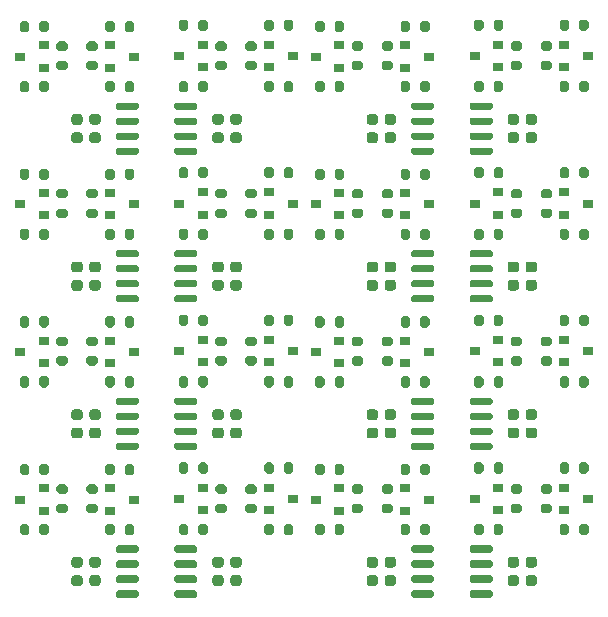
<source format=gbr>
%TF.GenerationSoftware,KiCad,Pcbnew,(5.1.10)-1*%
%TF.CreationDate,2022-01-18T20:55:32+07:00*%
%TF.ProjectId,ADuM_I2C_v3_pnlz2x4,4144754d-5f49-4324-935f-76335f706e6c,rev?*%
%TF.SameCoordinates,Original*%
%TF.FileFunction,Paste,Bot*%
%TF.FilePolarity,Positive*%
%FSLAX46Y46*%
G04 Gerber Fmt 4.6, Leading zero omitted, Abs format (unit mm)*
G04 Created by KiCad (PCBNEW (5.1.10)-1) date 2022-01-18 20:55:32*
%MOMM*%
%LPD*%
G01*
G04 APERTURE LIST*
%ADD10R,0.900000X0.800000*%
G04 APERTURE END LIST*
%TO.C,C1*%
G36*
G01*
X96328000Y-89884000D02*
X95828000Y-89884000D01*
G75*
G02*
X95603000Y-89659000I0J225000D01*
G01*
X95603000Y-89209000D01*
G75*
G02*
X95828000Y-88984000I225000J0D01*
G01*
X96328000Y-88984000D01*
G75*
G02*
X96553000Y-89209000I0J-225000D01*
G01*
X96553000Y-89659000D01*
G75*
G02*
X96328000Y-89884000I-225000J0D01*
G01*
G37*
G36*
G01*
X96328000Y-88334000D02*
X95828000Y-88334000D01*
G75*
G02*
X95603000Y-88109000I0J225000D01*
G01*
X95603000Y-87659000D01*
G75*
G02*
X95828000Y-87434000I225000J0D01*
G01*
X96328000Y-87434000D01*
G75*
G02*
X96553000Y-87659000I0J-225000D01*
G01*
X96553000Y-88109000D01*
G75*
G02*
X96328000Y-88334000I-225000J0D01*
G01*
G37*
%TD*%
%TO.C,C1*%
G36*
G01*
X71328000Y-89884000D02*
X70828000Y-89884000D01*
G75*
G02*
X70603000Y-89659000I0J225000D01*
G01*
X70603000Y-89209000D01*
G75*
G02*
X70828000Y-88984000I225000J0D01*
G01*
X71328000Y-88984000D01*
G75*
G02*
X71553000Y-89209000I0J-225000D01*
G01*
X71553000Y-89659000D01*
G75*
G02*
X71328000Y-89884000I-225000J0D01*
G01*
G37*
G36*
G01*
X71328000Y-88334000D02*
X70828000Y-88334000D01*
G75*
G02*
X70603000Y-88109000I0J225000D01*
G01*
X70603000Y-87659000D01*
G75*
G02*
X70828000Y-87434000I225000J0D01*
G01*
X71328000Y-87434000D01*
G75*
G02*
X71553000Y-87659000I0J-225000D01*
G01*
X71553000Y-88109000D01*
G75*
G02*
X71328000Y-88334000I-225000J0D01*
G01*
G37*
%TD*%
%TO.C,C1*%
G36*
G01*
X96328000Y-77384000D02*
X95828000Y-77384000D01*
G75*
G02*
X95603000Y-77159000I0J225000D01*
G01*
X95603000Y-76709000D01*
G75*
G02*
X95828000Y-76484000I225000J0D01*
G01*
X96328000Y-76484000D01*
G75*
G02*
X96553000Y-76709000I0J-225000D01*
G01*
X96553000Y-77159000D01*
G75*
G02*
X96328000Y-77384000I-225000J0D01*
G01*
G37*
G36*
G01*
X96328000Y-75834000D02*
X95828000Y-75834000D01*
G75*
G02*
X95603000Y-75609000I0J225000D01*
G01*
X95603000Y-75159000D01*
G75*
G02*
X95828000Y-74934000I225000J0D01*
G01*
X96328000Y-74934000D01*
G75*
G02*
X96553000Y-75159000I0J-225000D01*
G01*
X96553000Y-75609000D01*
G75*
G02*
X96328000Y-75834000I-225000J0D01*
G01*
G37*
%TD*%
%TO.C,C1*%
G36*
G01*
X71328000Y-77384000D02*
X70828000Y-77384000D01*
G75*
G02*
X70603000Y-77159000I0J225000D01*
G01*
X70603000Y-76709000D01*
G75*
G02*
X70828000Y-76484000I225000J0D01*
G01*
X71328000Y-76484000D01*
G75*
G02*
X71553000Y-76709000I0J-225000D01*
G01*
X71553000Y-77159000D01*
G75*
G02*
X71328000Y-77384000I-225000J0D01*
G01*
G37*
G36*
G01*
X71328000Y-75834000D02*
X70828000Y-75834000D01*
G75*
G02*
X70603000Y-75609000I0J225000D01*
G01*
X70603000Y-75159000D01*
G75*
G02*
X70828000Y-74934000I225000J0D01*
G01*
X71328000Y-74934000D01*
G75*
G02*
X71553000Y-75159000I0J-225000D01*
G01*
X71553000Y-75609000D01*
G75*
G02*
X71328000Y-75834000I-225000J0D01*
G01*
G37*
%TD*%
%TO.C,C1*%
G36*
G01*
X96328000Y-64884000D02*
X95828000Y-64884000D01*
G75*
G02*
X95603000Y-64659000I0J225000D01*
G01*
X95603000Y-64209000D01*
G75*
G02*
X95828000Y-63984000I225000J0D01*
G01*
X96328000Y-63984000D01*
G75*
G02*
X96553000Y-64209000I0J-225000D01*
G01*
X96553000Y-64659000D01*
G75*
G02*
X96328000Y-64884000I-225000J0D01*
G01*
G37*
G36*
G01*
X96328000Y-63334000D02*
X95828000Y-63334000D01*
G75*
G02*
X95603000Y-63109000I0J225000D01*
G01*
X95603000Y-62659000D01*
G75*
G02*
X95828000Y-62434000I225000J0D01*
G01*
X96328000Y-62434000D01*
G75*
G02*
X96553000Y-62659000I0J-225000D01*
G01*
X96553000Y-63109000D01*
G75*
G02*
X96328000Y-63334000I-225000J0D01*
G01*
G37*
%TD*%
%TO.C,C1*%
G36*
G01*
X71328000Y-64884000D02*
X70828000Y-64884000D01*
G75*
G02*
X70603000Y-64659000I0J225000D01*
G01*
X70603000Y-64209000D01*
G75*
G02*
X70828000Y-63984000I225000J0D01*
G01*
X71328000Y-63984000D01*
G75*
G02*
X71553000Y-64209000I0J-225000D01*
G01*
X71553000Y-64659000D01*
G75*
G02*
X71328000Y-64884000I-225000J0D01*
G01*
G37*
G36*
G01*
X71328000Y-63334000D02*
X70828000Y-63334000D01*
G75*
G02*
X70603000Y-63109000I0J225000D01*
G01*
X70603000Y-62659000D01*
G75*
G02*
X70828000Y-62434000I225000J0D01*
G01*
X71328000Y-62434000D01*
G75*
G02*
X71553000Y-62659000I0J-225000D01*
G01*
X71553000Y-63109000D01*
G75*
G02*
X71328000Y-63334000I-225000J0D01*
G01*
G37*
%TD*%
%TO.C,C1*%
G36*
G01*
X96328000Y-52384000D02*
X95828000Y-52384000D01*
G75*
G02*
X95603000Y-52159000I0J225000D01*
G01*
X95603000Y-51709000D01*
G75*
G02*
X95828000Y-51484000I225000J0D01*
G01*
X96328000Y-51484000D01*
G75*
G02*
X96553000Y-51709000I0J-225000D01*
G01*
X96553000Y-52159000D01*
G75*
G02*
X96328000Y-52384000I-225000J0D01*
G01*
G37*
G36*
G01*
X96328000Y-50834000D02*
X95828000Y-50834000D01*
G75*
G02*
X95603000Y-50609000I0J225000D01*
G01*
X95603000Y-50159000D01*
G75*
G02*
X95828000Y-49934000I225000J0D01*
G01*
X96328000Y-49934000D01*
G75*
G02*
X96553000Y-50159000I0J-225000D01*
G01*
X96553000Y-50609000D01*
G75*
G02*
X96328000Y-50834000I-225000J0D01*
G01*
G37*
%TD*%
%TO.C,C2*%
G36*
G01*
X94804000Y-89884000D02*
X94304000Y-89884000D01*
G75*
G02*
X94079000Y-89659000I0J225000D01*
G01*
X94079000Y-89209000D01*
G75*
G02*
X94304000Y-88984000I225000J0D01*
G01*
X94804000Y-88984000D01*
G75*
G02*
X95029000Y-89209000I0J-225000D01*
G01*
X95029000Y-89659000D01*
G75*
G02*
X94804000Y-89884000I-225000J0D01*
G01*
G37*
G36*
G01*
X94804000Y-88334000D02*
X94304000Y-88334000D01*
G75*
G02*
X94079000Y-88109000I0J225000D01*
G01*
X94079000Y-87659000D01*
G75*
G02*
X94304000Y-87434000I225000J0D01*
G01*
X94804000Y-87434000D01*
G75*
G02*
X95029000Y-87659000I0J-225000D01*
G01*
X95029000Y-88109000D01*
G75*
G02*
X94804000Y-88334000I-225000J0D01*
G01*
G37*
%TD*%
%TO.C,C2*%
G36*
G01*
X69804000Y-89884000D02*
X69304000Y-89884000D01*
G75*
G02*
X69079000Y-89659000I0J225000D01*
G01*
X69079000Y-89209000D01*
G75*
G02*
X69304000Y-88984000I225000J0D01*
G01*
X69804000Y-88984000D01*
G75*
G02*
X70029000Y-89209000I0J-225000D01*
G01*
X70029000Y-89659000D01*
G75*
G02*
X69804000Y-89884000I-225000J0D01*
G01*
G37*
G36*
G01*
X69804000Y-88334000D02*
X69304000Y-88334000D01*
G75*
G02*
X69079000Y-88109000I0J225000D01*
G01*
X69079000Y-87659000D01*
G75*
G02*
X69304000Y-87434000I225000J0D01*
G01*
X69804000Y-87434000D01*
G75*
G02*
X70029000Y-87659000I0J-225000D01*
G01*
X70029000Y-88109000D01*
G75*
G02*
X69804000Y-88334000I-225000J0D01*
G01*
G37*
%TD*%
%TO.C,C2*%
G36*
G01*
X94804000Y-77384000D02*
X94304000Y-77384000D01*
G75*
G02*
X94079000Y-77159000I0J225000D01*
G01*
X94079000Y-76709000D01*
G75*
G02*
X94304000Y-76484000I225000J0D01*
G01*
X94804000Y-76484000D01*
G75*
G02*
X95029000Y-76709000I0J-225000D01*
G01*
X95029000Y-77159000D01*
G75*
G02*
X94804000Y-77384000I-225000J0D01*
G01*
G37*
G36*
G01*
X94804000Y-75834000D02*
X94304000Y-75834000D01*
G75*
G02*
X94079000Y-75609000I0J225000D01*
G01*
X94079000Y-75159000D01*
G75*
G02*
X94304000Y-74934000I225000J0D01*
G01*
X94804000Y-74934000D01*
G75*
G02*
X95029000Y-75159000I0J-225000D01*
G01*
X95029000Y-75609000D01*
G75*
G02*
X94804000Y-75834000I-225000J0D01*
G01*
G37*
%TD*%
%TO.C,C2*%
G36*
G01*
X69804000Y-77384000D02*
X69304000Y-77384000D01*
G75*
G02*
X69079000Y-77159000I0J225000D01*
G01*
X69079000Y-76709000D01*
G75*
G02*
X69304000Y-76484000I225000J0D01*
G01*
X69804000Y-76484000D01*
G75*
G02*
X70029000Y-76709000I0J-225000D01*
G01*
X70029000Y-77159000D01*
G75*
G02*
X69804000Y-77384000I-225000J0D01*
G01*
G37*
G36*
G01*
X69804000Y-75834000D02*
X69304000Y-75834000D01*
G75*
G02*
X69079000Y-75609000I0J225000D01*
G01*
X69079000Y-75159000D01*
G75*
G02*
X69304000Y-74934000I225000J0D01*
G01*
X69804000Y-74934000D01*
G75*
G02*
X70029000Y-75159000I0J-225000D01*
G01*
X70029000Y-75609000D01*
G75*
G02*
X69804000Y-75834000I-225000J0D01*
G01*
G37*
%TD*%
%TO.C,C2*%
G36*
G01*
X94804000Y-64884000D02*
X94304000Y-64884000D01*
G75*
G02*
X94079000Y-64659000I0J225000D01*
G01*
X94079000Y-64209000D01*
G75*
G02*
X94304000Y-63984000I225000J0D01*
G01*
X94804000Y-63984000D01*
G75*
G02*
X95029000Y-64209000I0J-225000D01*
G01*
X95029000Y-64659000D01*
G75*
G02*
X94804000Y-64884000I-225000J0D01*
G01*
G37*
G36*
G01*
X94804000Y-63334000D02*
X94304000Y-63334000D01*
G75*
G02*
X94079000Y-63109000I0J225000D01*
G01*
X94079000Y-62659000D01*
G75*
G02*
X94304000Y-62434000I225000J0D01*
G01*
X94804000Y-62434000D01*
G75*
G02*
X95029000Y-62659000I0J-225000D01*
G01*
X95029000Y-63109000D01*
G75*
G02*
X94804000Y-63334000I-225000J0D01*
G01*
G37*
%TD*%
%TO.C,C2*%
G36*
G01*
X69804000Y-64884000D02*
X69304000Y-64884000D01*
G75*
G02*
X69079000Y-64659000I0J225000D01*
G01*
X69079000Y-64209000D01*
G75*
G02*
X69304000Y-63984000I225000J0D01*
G01*
X69804000Y-63984000D01*
G75*
G02*
X70029000Y-64209000I0J-225000D01*
G01*
X70029000Y-64659000D01*
G75*
G02*
X69804000Y-64884000I-225000J0D01*
G01*
G37*
G36*
G01*
X69804000Y-63334000D02*
X69304000Y-63334000D01*
G75*
G02*
X69079000Y-63109000I0J225000D01*
G01*
X69079000Y-62659000D01*
G75*
G02*
X69304000Y-62434000I225000J0D01*
G01*
X69804000Y-62434000D01*
G75*
G02*
X70029000Y-62659000I0J-225000D01*
G01*
X70029000Y-63109000D01*
G75*
G02*
X69804000Y-63334000I-225000J0D01*
G01*
G37*
%TD*%
%TO.C,C2*%
G36*
G01*
X94804000Y-52384000D02*
X94304000Y-52384000D01*
G75*
G02*
X94079000Y-52159000I0J225000D01*
G01*
X94079000Y-51709000D01*
G75*
G02*
X94304000Y-51484000I225000J0D01*
G01*
X94804000Y-51484000D01*
G75*
G02*
X95029000Y-51709000I0J-225000D01*
G01*
X95029000Y-52159000D01*
G75*
G02*
X94804000Y-52384000I-225000J0D01*
G01*
G37*
G36*
G01*
X94804000Y-50834000D02*
X94304000Y-50834000D01*
G75*
G02*
X94079000Y-50609000I0J225000D01*
G01*
X94079000Y-50159000D01*
G75*
G02*
X94304000Y-49934000I225000J0D01*
G01*
X94804000Y-49934000D01*
G75*
G02*
X95029000Y-50159000I0J-225000D01*
G01*
X95029000Y-50609000D01*
G75*
G02*
X94804000Y-50834000I-225000J0D01*
G01*
G37*
%TD*%
%TO.C,C4*%
G36*
G01*
X84390000Y-89884000D02*
X83890000Y-89884000D01*
G75*
G02*
X83665000Y-89659000I0J225000D01*
G01*
X83665000Y-89209000D01*
G75*
G02*
X83890000Y-88984000I225000J0D01*
G01*
X84390000Y-88984000D01*
G75*
G02*
X84615000Y-89209000I0J-225000D01*
G01*
X84615000Y-89659000D01*
G75*
G02*
X84390000Y-89884000I-225000J0D01*
G01*
G37*
G36*
G01*
X84390000Y-88334000D02*
X83890000Y-88334000D01*
G75*
G02*
X83665000Y-88109000I0J225000D01*
G01*
X83665000Y-87659000D01*
G75*
G02*
X83890000Y-87434000I225000J0D01*
G01*
X84390000Y-87434000D01*
G75*
G02*
X84615000Y-87659000I0J-225000D01*
G01*
X84615000Y-88109000D01*
G75*
G02*
X84390000Y-88334000I-225000J0D01*
G01*
G37*
%TD*%
%TO.C,C4*%
G36*
G01*
X59390000Y-89884000D02*
X58890000Y-89884000D01*
G75*
G02*
X58665000Y-89659000I0J225000D01*
G01*
X58665000Y-89209000D01*
G75*
G02*
X58890000Y-88984000I225000J0D01*
G01*
X59390000Y-88984000D01*
G75*
G02*
X59615000Y-89209000I0J-225000D01*
G01*
X59615000Y-89659000D01*
G75*
G02*
X59390000Y-89884000I-225000J0D01*
G01*
G37*
G36*
G01*
X59390000Y-88334000D02*
X58890000Y-88334000D01*
G75*
G02*
X58665000Y-88109000I0J225000D01*
G01*
X58665000Y-87659000D01*
G75*
G02*
X58890000Y-87434000I225000J0D01*
G01*
X59390000Y-87434000D01*
G75*
G02*
X59615000Y-87659000I0J-225000D01*
G01*
X59615000Y-88109000D01*
G75*
G02*
X59390000Y-88334000I-225000J0D01*
G01*
G37*
%TD*%
%TO.C,C4*%
G36*
G01*
X84390000Y-77384000D02*
X83890000Y-77384000D01*
G75*
G02*
X83665000Y-77159000I0J225000D01*
G01*
X83665000Y-76709000D01*
G75*
G02*
X83890000Y-76484000I225000J0D01*
G01*
X84390000Y-76484000D01*
G75*
G02*
X84615000Y-76709000I0J-225000D01*
G01*
X84615000Y-77159000D01*
G75*
G02*
X84390000Y-77384000I-225000J0D01*
G01*
G37*
G36*
G01*
X84390000Y-75834000D02*
X83890000Y-75834000D01*
G75*
G02*
X83665000Y-75609000I0J225000D01*
G01*
X83665000Y-75159000D01*
G75*
G02*
X83890000Y-74934000I225000J0D01*
G01*
X84390000Y-74934000D01*
G75*
G02*
X84615000Y-75159000I0J-225000D01*
G01*
X84615000Y-75609000D01*
G75*
G02*
X84390000Y-75834000I-225000J0D01*
G01*
G37*
%TD*%
%TO.C,C4*%
G36*
G01*
X59390000Y-77384000D02*
X58890000Y-77384000D01*
G75*
G02*
X58665000Y-77159000I0J225000D01*
G01*
X58665000Y-76709000D01*
G75*
G02*
X58890000Y-76484000I225000J0D01*
G01*
X59390000Y-76484000D01*
G75*
G02*
X59615000Y-76709000I0J-225000D01*
G01*
X59615000Y-77159000D01*
G75*
G02*
X59390000Y-77384000I-225000J0D01*
G01*
G37*
G36*
G01*
X59390000Y-75834000D02*
X58890000Y-75834000D01*
G75*
G02*
X58665000Y-75609000I0J225000D01*
G01*
X58665000Y-75159000D01*
G75*
G02*
X58890000Y-74934000I225000J0D01*
G01*
X59390000Y-74934000D01*
G75*
G02*
X59615000Y-75159000I0J-225000D01*
G01*
X59615000Y-75609000D01*
G75*
G02*
X59390000Y-75834000I-225000J0D01*
G01*
G37*
%TD*%
%TO.C,C4*%
G36*
G01*
X84390000Y-64884000D02*
X83890000Y-64884000D01*
G75*
G02*
X83665000Y-64659000I0J225000D01*
G01*
X83665000Y-64209000D01*
G75*
G02*
X83890000Y-63984000I225000J0D01*
G01*
X84390000Y-63984000D01*
G75*
G02*
X84615000Y-64209000I0J-225000D01*
G01*
X84615000Y-64659000D01*
G75*
G02*
X84390000Y-64884000I-225000J0D01*
G01*
G37*
G36*
G01*
X84390000Y-63334000D02*
X83890000Y-63334000D01*
G75*
G02*
X83665000Y-63109000I0J225000D01*
G01*
X83665000Y-62659000D01*
G75*
G02*
X83890000Y-62434000I225000J0D01*
G01*
X84390000Y-62434000D01*
G75*
G02*
X84615000Y-62659000I0J-225000D01*
G01*
X84615000Y-63109000D01*
G75*
G02*
X84390000Y-63334000I-225000J0D01*
G01*
G37*
%TD*%
%TO.C,C4*%
G36*
G01*
X59390000Y-64884000D02*
X58890000Y-64884000D01*
G75*
G02*
X58665000Y-64659000I0J225000D01*
G01*
X58665000Y-64209000D01*
G75*
G02*
X58890000Y-63984000I225000J0D01*
G01*
X59390000Y-63984000D01*
G75*
G02*
X59615000Y-64209000I0J-225000D01*
G01*
X59615000Y-64659000D01*
G75*
G02*
X59390000Y-64884000I-225000J0D01*
G01*
G37*
G36*
G01*
X59390000Y-63334000D02*
X58890000Y-63334000D01*
G75*
G02*
X58665000Y-63109000I0J225000D01*
G01*
X58665000Y-62659000D01*
G75*
G02*
X58890000Y-62434000I225000J0D01*
G01*
X59390000Y-62434000D01*
G75*
G02*
X59615000Y-62659000I0J-225000D01*
G01*
X59615000Y-63109000D01*
G75*
G02*
X59390000Y-63334000I-225000J0D01*
G01*
G37*
%TD*%
%TO.C,C4*%
G36*
G01*
X84390000Y-52384000D02*
X83890000Y-52384000D01*
G75*
G02*
X83665000Y-52159000I0J225000D01*
G01*
X83665000Y-51709000D01*
G75*
G02*
X83890000Y-51484000I225000J0D01*
G01*
X84390000Y-51484000D01*
G75*
G02*
X84615000Y-51709000I0J-225000D01*
G01*
X84615000Y-52159000D01*
G75*
G02*
X84390000Y-52384000I-225000J0D01*
G01*
G37*
G36*
G01*
X84390000Y-50834000D02*
X83890000Y-50834000D01*
G75*
G02*
X83665000Y-50609000I0J225000D01*
G01*
X83665000Y-50159000D01*
G75*
G02*
X83890000Y-49934000I225000J0D01*
G01*
X84390000Y-49934000D01*
G75*
G02*
X84615000Y-50159000I0J-225000D01*
G01*
X84615000Y-50609000D01*
G75*
G02*
X84390000Y-50834000I-225000J0D01*
G01*
G37*
%TD*%
%TO.C,C6*%
G36*
G01*
X82866000Y-89897000D02*
X82366000Y-89897000D01*
G75*
G02*
X82141000Y-89672000I0J225000D01*
G01*
X82141000Y-89222000D01*
G75*
G02*
X82366000Y-88997000I225000J0D01*
G01*
X82866000Y-88997000D01*
G75*
G02*
X83091000Y-89222000I0J-225000D01*
G01*
X83091000Y-89672000D01*
G75*
G02*
X82866000Y-89897000I-225000J0D01*
G01*
G37*
G36*
G01*
X82866000Y-88347000D02*
X82366000Y-88347000D01*
G75*
G02*
X82141000Y-88122000I0J225000D01*
G01*
X82141000Y-87672000D01*
G75*
G02*
X82366000Y-87447000I225000J0D01*
G01*
X82866000Y-87447000D01*
G75*
G02*
X83091000Y-87672000I0J-225000D01*
G01*
X83091000Y-88122000D01*
G75*
G02*
X82866000Y-88347000I-225000J0D01*
G01*
G37*
%TD*%
%TO.C,C6*%
G36*
G01*
X57866000Y-89897000D02*
X57366000Y-89897000D01*
G75*
G02*
X57141000Y-89672000I0J225000D01*
G01*
X57141000Y-89222000D01*
G75*
G02*
X57366000Y-88997000I225000J0D01*
G01*
X57866000Y-88997000D01*
G75*
G02*
X58091000Y-89222000I0J-225000D01*
G01*
X58091000Y-89672000D01*
G75*
G02*
X57866000Y-89897000I-225000J0D01*
G01*
G37*
G36*
G01*
X57866000Y-88347000D02*
X57366000Y-88347000D01*
G75*
G02*
X57141000Y-88122000I0J225000D01*
G01*
X57141000Y-87672000D01*
G75*
G02*
X57366000Y-87447000I225000J0D01*
G01*
X57866000Y-87447000D01*
G75*
G02*
X58091000Y-87672000I0J-225000D01*
G01*
X58091000Y-88122000D01*
G75*
G02*
X57866000Y-88347000I-225000J0D01*
G01*
G37*
%TD*%
%TO.C,C6*%
G36*
G01*
X82866000Y-77397000D02*
X82366000Y-77397000D01*
G75*
G02*
X82141000Y-77172000I0J225000D01*
G01*
X82141000Y-76722000D01*
G75*
G02*
X82366000Y-76497000I225000J0D01*
G01*
X82866000Y-76497000D01*
G75*
G02*
X83091000Y-76722000I0J-225000D01*
G01*
X83091000Y-77172000D01*
G75*
G02*
X82866000Y-77397000I-225000J0D01*
G01*
G37*
G36*
G01*
X82866000Y-75847000D02*
X82366000Y-75847000D01*
G75*
G02*
X82141000Y-75622000I0J225000D01*
G01*
X82141000Y-75172000D01*
G75*
G02*
X82366000Y-74947000I225000J0D01*
G01*
X82866000Y-74947000D01*
G75*
G02*
X83091000Y-75172000I0J-225000D01*
G01*
X83091000Y-75622000D01*
G75*
G02*
X82866000Y-75847000I-225000J0D01*
G01*
G37*
%TD*%
%TO.C,C6*%
G36*
G01*
X57866000Y-77397000D02*
X57366000Y-77397000D01*
G75*
G02*
X57141000Y-77172000I0J225000D01*
G01*
X57141000Y-76722000D01*
G75*
G02*
X57366000Y-76497000I225000J0D01*
G01*
X57866000Y-76497000D01*
G75*
G02*
X58091000Y-76722000I0J-225000D01*
G01*
X58091000Y-77172000D01*
G75*
G02*
X57866000Y-77397000I-225000J0D01*
G01*
G37*
G36*
G01*
X57866000Y-75847000D02*
X57366000Y-75847000D01*
G75*
G02*
X57141000Y-75622000I0J225000D01*
G01*
X57141000Y-75172000D01*
G75*
G02*
X57366000Y-74947000I225000J0D01*
G01*
X57866000Y-74947000D01*
G75*
G02*
X58091000Y-75172000I0J-225000D01*
G01*
X58091000Y-75622000D01*
G75*
G02*
X57866000Y-75847000I-225000J0D01*
G01*
G37*
%TD*%
%TO.C,C6*%
G36*
G01*
X82866000Y-64897000D02*
X82366000Y-64897000D01*
G75*
G02*
X82141000Y-64672000I0J225000D01*
G01*
X82141000Y-64222000D01*
G75*
G02*
X82366000Y-63997000I225000J0D01*
G01*
X82866000Y-63997000D01*
G75*
G02*
X83091000Y-64222000I0J-225000D01*
G01*
X83091000Y-64672000D01*
G75*
G02*
X82866000Y-64897000I-225000J0D01*
G01*
G37*
G36*
G01*
X82866000Y-63347000D02*
X82366000Y-63347000D01*
G75*
G02*
X82141000Y-63122000I0J225000D01*
G01*
X82141000Y-62672000D01*
G75*
G02*
X82366000Y-62447000I225000J0D01*
G01*
X82866000Y-62447000D01*
G75*
G02*
X83091000Y-62672000I0J-225000D01*
G01*
X83091000Y-63122000D01*
G75*
G02*
X82866000Y-63347000I-225000J0D01*
G01*
G37*
%TD*%
%TO.C,C6*%
G36*
G01*
X57866000Y-64897000D02*
X57366000Y-64897000D01*
G75*
G02*
X57141000Y-64672000I0J225000D01*
G01*
X57141000Y-64222000D01*
G75*
G02*
X57366000Y-63997000I225000J0D01*
G01*
X57866000Y-63997000D01*
G75*
G02*
X58091000Y-64222000I0J-225000D01*
G01*
X58091000Y-64672000D01*
G75*
G02*
X57866000Y-64897000I-225000J0D01*
G01*
G37*
G36*
G01*
X57866000Y-63347000D02*
X57366000Y-63347000D01*
G75*
G02*
X57141000Y-63122000I0J225000D01*
G01*
X57141000Y-62672000D01*
G75*
G02*
X57366000Y-62447000I225000J0D01*
G01*
X57866000Y-62447000D01*
G75*
G02*
X58091000Y-62672000I0J-225000D01*
G01*
X58091000Y-63122000D01*
G75*
G02*
X57866000Y-63347000I-225000J0D01*
G01*
G37*
%TD*%
%TO.C,C6*%
G36*
G01*
X82866000Y-52397000D02*
X82366000Y-52397000D01*
G75*
G02*
X82141000Y-52172000I0J225000D01*
G01*
X82141000Y-51722000D01*
G75*
G02*
X82366000Y-51497000I225000J0D01*
G01*
X82866000Y-51497000D01*
G75*
G02*
X83091000Y-51722000I0J-225000D01*
G01*
X83091000Y-52172000D01*
G75*
G02*
X82866000Y-52397000I-225000J0D01*
G01*
G37*
G36*
G01*
X82866000Y-50847000D02*
X82366000Y-50847000D01*
G75*
G02*
X82141000Y-50622000I0J225000D01*
G01*
X82141000Y-50172000D01*
G75*
G02*
X82366000Y-49947000I225000J0D01*
G01*
X82866000Y-49947000D01*
G75*
G02*
X83091000Y-50172000I0J-225000D01*
G01*
X83091000Y-50622000D01*
G75*
G02*
X82866000Y-50847000I-225000J0D01*
G01*
G37*
%TD*%
D10*
%TO.C,Q1*%
X93284000Y-81565000D03*
X93284000Y-83465000D03*
X91284000Y-82515000D03*
%TD*%
%TO.C,Q1*%
X68284000Y-81565000D03*
X68284000Y-83465000D03*
X66284000Y-82515000D03*
%TD*%
%TO.C,Q1*%
X93284000Y-69065000D03*
X93284000Y-70965000D03*
X91284000Y-70015000D03*
%TD*%
%TO.C,Q1*%
X68284000Y-69065000D03*
X68284000Y-70965000D03*
X66284000Y-70015000D03*
%TD*%
%TO.C,Q1*%
X93284000Y-56565000D03*
X93284000Y-58465000D03*
X91284000Y-57515000D03*
%TD*%
%TO.C,Q1*%
X68284000Y-56565000D03*
X68284000Y-58465000D03*
X66284000Y-57515000D03*
%TD*%
%TO.C,Q1*%
X93284000Y-44065000D03*
X93284000Y-45965000D03*
X91284000Y-45015000D03*
%TD*%
%TO.C,Q4*%
X98872000Y-83465000D03*
X98872000Y-81565000D03*
X100872000Y-82515000D03*
%TD*%
%TO.C,Q4*%
X73872000Y-83465000D03*
X73872000Y-81565000D03*
X75872000Y-82515000D03*
%TD*%
%TO.C,Q4*%
X98872000Y-70965000D03*
X98872000Y-69065000D03*
X100872000Y-70015000D03*
%TD*%
%TO.C,Q4*%
X73872000Y-70965000D03*
X73872000Y-69065000D03*
X75872000Y-70015000D03*
%TD*%
%TO.C,Q4*%
X98872000Y-58465000D03*
X98872000Y-56565000D03*
X100872000Y-57515000D03*
%TD*%
%TO.C,Q4*%
X73872000Y-58465000D03*
X73872000Y-56565000D03*
X75872000Y-57515000D03*
%TD*%
%TO.C,Q4*%
X98872000Y-45965000D03*
X98872000Y-44065000D03*
X100872000Y-45015000D03*
%TD*%
%TO.C,Q6*%
X85410000Y-83526000D03*
X85410000Y-81626000D03*
X87410000Y-82576000D03*
%TD*%
%TO.C,Q6*%
X60410000Y-83526000D03*
X60410000Y-81626000D03*
X62410000Y-82576000D03*
%TD*%
%TO.C,Q6*%
X85410000Y-71026000D03*
X85410000Y-69126000D03*
X87410000Y-70076000D03*
%TD*%
%TO.C,Q6*%
X60410000Y-71026000D03*
X60410000Y-69126000D03*
X62410000Y-70076000D03*
%TD*%
%TO.C,Q6*%
X85410000Y-58526000D03*
X85410000Y-56626000D03*
X87410000Y-57576000D03*
%TD*%
%TO.C,Q6*%
X60410000Y-58526000D03*
X60410000Y-56626000D03*
X62410000Y-57576000D03*
%TD*%
%TO.C,Q6*%
X85410000Y-46026000D03*
X85410000Y-44126000D03*
X87410000Y-45076000D03*
%TD*%
%TO.C,Q8*%
X79822000Y-81626000D03*
X79822000Y-83526000D03*
X77822000Y-82576000D03*
%TD*%
%TO.C,Q8*%
X54822000Y-81626000D03*
X54822000Y-83526000D03*
X52822000Y-82576000D03*
%TD*%
%TO.C,Q8*%
X79822000Y-69126000D03*
X79822000Y-71026000D03*
X77822000Y-70076000D03*
%TD*%
%TO.C,Q8*%
X54822000Y-69126000D03*
X54822000Y-71026000D03*
X52822000Y-70076000D03*
%TD*%
%TO.C,Q8*%
X79822000Y-56626000D03*
X79822000Y-58526000D03*
X77822000Y-57576000D03*
%TD*%
%TO.C,Q8*%
X54822000Y-56626000D03*
X54822000Y-58526000D03*
X52822000Y-57576000D03*
%TD*%
%TO.C,Q8*%
X79822000Y-44126000D03*
X79822000Y-46026000D03*
X77822000Y-45076000D03*
%TD*%
%TO.C,R1*%
G36*
G01*
X91234000Y-80184000D02*
X91234000Y-79634000D01*
G75*
G02*
X91434000Y-79434000I200000J0D01*
G01*
X91834000Y-79434000D01*
G75*
G02*
X92034000Y-79634000I0J-200000D01*
G01*
X92034000Y-80184000D01*
G75*
G02*
X91834000Y-80384000I-200000J0D01*
G01*
X91434000Y-80384000D01*
G75*
G02*
X91234000Y-80184000I0J200000D01*
G01*
G37*
G36*
G01*
X92884000Y-80184000D02*
X92884000Y-79634000D01*
G75*
G02*
X93084000Y-79434000I200000J0D01*
G01*
X93484000Y-79434000D01*
G75*
G02*
X93684000Y-79634000I0J-200000D01*
G01*
X93684000Y-80184000D01*
G75*
G02*
X93484000Y-80384000I-200000J0D01*
G01*
X93084000Y-80384000D01*
G75*
G02*
X92884000Y-80184000I0J200000D01*
G01*
G37*
%TD*%
%TO.C,R1*%
G36*
G01*
X66234000Y-80184000D02*
X66234000Y-79634000D01*
G75*
G02*
X66434000Y-79434000I200000J0D01*
G01*
X66834000Y-79434000D01*
G75*
G02*
X67034000Y-79634000I0J-200000D01*
G01*
X67034000Y-80184000D01*
G75*
G02*
X66834000Y-80384000I-200000J0D01*
G01*
X66434000Y-80384000D01*
G75*
G02*
X66234000Y-80184000I0J200000D01*
G01*
G37*
G36*
G01*
X67884000Y-80184000D02*
X67884000Y-79634000D01*
G75*
G02*
X68084000Y-79434000I200000J0D01*
G01*
X68484000Y-79434000D01*
G75*
G02*
X68684000Y-79634000I0J-200000D01*
G01*
X68684000Y-80184000D01*
G75*
G02*
X68484000Y-80384000I-200000J0D01*
G01*
X68084000Y-80384000D01*
G75*
G02*
X67884000Y-80184000I0J200000D01*
G01*
G37*
%TD*%
%TO.C,R1*%
G36*
G01*
X91234000Y-67684000D02*
X91234000Y-67134000D01*
G75*
G02*
X91434000Y-66934000I200000J0D01*
G01*
X91834000Y-66934000D01*
G75*
G02*
X92034000Y-67134000I0J-200000D01*
G01*
X92034000Y-67684000D01*
G75*
G02*
X91834000Y-67884000I-200000J0D01*
G01*
X91434000Y-67884000D01*
G75*
G02*
X91234000Y-67684000I0J200000D01*
G01*
G37*
G36*
G01*
X92884000Y-67684000D02*
X92884000Y-67134000D01*
G75*
G02*
X93084000Y-66934000I200000J0D01*
G01*
X93484000Y-66934000D01*
G75*
G02*
X93684000Y-67134000I0J-200000D01*
G01*
X93684000Y-67684000D01*
G75*
G02*
X93484000Y-67884000I-200000J0D01*
G01*
X93084000Y-67884000D01*
G75*
G02*
X92884000Y-67684000I0J200000D01*
G01*
G37*
%TD*%
%TO.C,R1*%
G36*
G01*
X66234000Y-67684000D02*
X66234000Y-67134000D01*
G75*
G02*
X66434000Y-66934000I200000J0D01*
G01*
X66834000Y-66934000D01*
G75*
G02*
X67034000Y-67134000I0J-200000D01*
G01*
X67034000Y-67684000D01*
G75*
G02*
X66834000Y-67884000I-200000J0D01*
G01*
X66434000Y-67884000D01*
G75*
G02*
X66234000Y-67684000I0J200000D01*
G01*
G37*
G36*
G01*
X67884000Y-67684000D02*
X67884000Y-67134000D01*
G75*
G02*
X68084000Y-66934000I200000J0D01*
G01*
X68484000Y-66934000D01*
G75*
G02*
X68684000Y-67134000I0J-200000D01*
G01*
X68684000Y-67684000D01*
G75*
G02*
X68484000Y-67884000I-200000J0D01*
G01*
X68084000Y-67884000D01*
G75*
G02*
X67884000Y-67684000I0J200000D01*
G01*
G37*
%TD*%
%TO.C,R1*%
G36*
G01*
X91234000Y-55184000D02*
X91234000Y-54634000D01*
G75*
G02*
X91434000Y-54434000I200000J0D01*
G01*
X91834000Y-54434000D01*
G75*
G02*
X92034000Y-54634000I0J-200000D01*
G01*
X92034000Y-55184000D01*
G75*
G02*
X91834000Y-55384000I-200000J0D01*
G01*
X91434000Y-55384000D01*
G75*
G02*
X91234000Y-55184000I0J200000D01*
G01*
G37*
G36*
G01*
X92884000Y-55184000D02*
X92884000Y-54634000D01*
G75*
G02*
X93084000Y-54434000I200000J0D01*
G01*
X93484000Y-54434000D01*
G75*
G02*
X93684000Y-54634000I0J-200000D01*
G01*
X93684000Y-55184000D01*
G75*
G02*
X93484000Y-55384000I-200000J0D01*
G01*
X93084000Y-55384000D01*
G75*
G02*
X92884000Y-55184000I0J200000D01*
G01*
G37*
%TD*%
%TO.C,R1*%
G36*
G01*
X66234000Y-55184000D02*
X66234000Y-54634000D01*
G75*
G02*
X66434000Y-54434000I200000J0D01*
G01*
X66834000Y-54434000D01*
G75*
G02*
X67034000Y-54634000I0J-200000D01*
G01*
X67034000Y-55184000D01*
G75*
G02*
X66834000Y-55384000I-200000J0D01*
G01*
X66434000Y-55384000D01*
G75*
G02*
X66234000Y-55184000I0J200000D01*
G01*
G37*
G36*
G01*
X67884000Y-55184000D02*
X67884000Y-54634000D01*
G75*
G02*
X68084000Y-54434000I200000J0D01*
G01*
X68484000Y-54434000D01*
G75*
G02*
X68684000Y-54634000I0J-200000D01*
G01*
X68684000Y-55184000D01*
G75*
G02*
X68484000Y-55384000I-200000J0D01*
G01*
X68084000Y-55384000D01*
G75*
G02*
X67884000Y-55184000I0J200000D01*
G01*
G37*
%TD*%
%TO.C,R1*%
G36*
G01*
X91234000Y-42684000D02*
X91234000Y-42134000D01*
G75*
G02*
X91434000Y-41934000I200000J0D01*
G01*
X91834000Y-41934000D01*
G75*
G02*
X92034000Y-42134000I0J-200000D01*
G01*
X92034000Y-42684000D01*
G75*
G02*
X91834000Y-42884000I-200000J0D01*
G01*
X91434000Y-42884000D01*
G75*
G02*
X91234000Y-42684000I0J200000D01*
G01*
G37*
G36*
G01*
X92884000Y-42684000D02*
X92884000Y-42134000D01*
G75*
G02*
X93084000Y-41934000I200000J0D01*
G01*
X93484000Y-41934000D01*
G75*
G02*
X93684000Y-42134000I0J-200000D01*
G01*
X93684000Y-42684000D01*
G75*
G02*
X93484000Y-42884000I-200000J0D01*
G01*
X93084000Y-42884000D01*
G75*
G02*
X92884000Y-42684000I0J200000D01*
G01*
G37*
%TD*%
%TO.C,R8*%
G36*
G01*
X98473000Y-80184000D02*
X98473000Y-79634000D01*
G75*
G02*
X98673000Y-79434000I200000J0D01*
G01*
X99073000Y-79434000D01*
G75*
G02*
X99273000Y-79634000I0J-200000D01*
G01*
X99273000Y-80184000D01*
G75*
G02*
X99073000Y-80384000I-200000J0D01*
G01*
X98673000Y-80384000D01*
G75*
G02*
X98473000Y-80184000I0J200000D01*
G01*
G37*
G36*
G01*
X100123000Y-80184000D02*
X100123000Y-79634000D01*
G75*
G02*
X100323000Y-79434000I200000J0D01*
G01*
X100723000Y-79434000D01*
G75*
G02*
X100923000Y-79634000I0J-200000D01*
G01*
X100923000Y-80184000D01*
G75*
G02*
X100723000Y-80384000I-200000J0D01*
G01*
X100323000Y-80384000D01*
G75*
G02*
X100123000Y-80184000I0J200000D01*
G01*
G37*
%TD*%
%TO.C,R8*%
G36*
G01*
X73473000Y-80184000D02*
X73473000Y-79634000D01*
G75*
G02*
X73673000Y-79434000I200000J0D01*
G01*
X74073000Y-79434000D01*
G75*
G02*
X74273000Y-79634000I0J-200000D01*
G01*
X74273000Y-80184000D01*
G75*
G02*
X74073000Y-80384000I-200000J0D01*
G01*
X73673000Y-80384000D01*
G75*
G02*
X73473000Y-80184000I0J200000D01*
G01*
G37*
G36*
G01*
X75123000Y-80184000D02*
X75123000Y-79634000D01*
G75*
G02*
X75323000Y-79434000I200000J0D01*
G01*
X75723000Y-79434000D01*
G75*
G02*
X75923000Y-79634000I0J-200000D01*
G01*
X75923000Y-80184000D01*
G75*
G02*
X75723000Y-80384000I-200000J0D01*
G01*
X75323000Y-80384000D01*
G75*
G02*
X75123000Y-80184000I0J200000D01*
G01*
G37*
%TD*%
%TO.C,R8*%
G36*
G01*
X98473000Y-67684000D02*
X98473000Y-67134000D01*
G75*
G02*
X98673000Y-66934000I200000J0D01*
G01*
X99073000Y-66934000D01*
G75*
G02*
X99273000Y-67134000I0J-200000D01*
G01*
X99273000Y-67684000D01*
G75*
G02*
X99073000Y-67884000I-200000J0D01*
G01*
X98673000Y-67884000D01*
G75*
G02*
X98473000Y-67684000I0J200000D01*
G01*
G37*
G36*
G01*
X100123000Y-67684000D02*
X100123000Y-67134000D01*
G75*
G02*
X100323000Y-66934000I200000J0D01*
G01*
X100723000Y-66934000D01*
G75*
G02*
X100923000Y-67134000I0J-200000D01*
G01*
X100923000Y-67684000D01*
G75*
G02*
X100723000Y-67884000I-200000J0D01*
G01*
X100323000Y-67884000D01*
G75*
G02*
X100123000Y-67684000I0J200000D01*
G01*
G37*
%TD*%
%TO.C,R8*%
G36*
G01*
X73473000Y-67684000D02*
X73473000Y-67134000D01*
G75*
G02*
X73673000Y-66934000I200000J0D01*
G01*
X74073000Y-66934000D01*
G75*
G02*
X74273000Y-67134000I0J-200000D01*
G01*
X74273000Y-67684000D01*
G75*
G02*
X74073000Y-67884000I-200000J0D01*
G01*
X73673000Y-67884000D01*
G75*
G02*
X73473000Y-67684000I0J200000D01*
G01*
G37*
G36*
G01*
X75123000Y-67684000D02*
X75123000Y-67134000D01*
G75*
G02*
X75323000Y-66934000I200000J0D01*
G01*
X75723000Y-66934000D01*
G75*
G02*
X75923000Y-67134000I0J-200000D01*
G01*
X75923000Y-67684000D01*
G75*
G02*
X75723000Y-67884000I-200000J0D01*
G01*
X75323000Y-67884000D01*
G75*
G02*
X75123000Y-67684000I0J200000D01*
G01*
G37*
%TD*%
%TO.C,R8*%
G36*
G01*
X98473000Y-55184000D02*
X98473000Y-54634000D01*
G75*
G02*
X98673000Y-54434000I200000J0D01*
G01*
X99073000Y-54434000D01*
G75*
G02*
X99273000Y-54634000I0J-200000D01*
G01*
X99273000Y-55184000D01*
G75*
G02*
X99073000Y-55384000I-200000J0D01*
G01*
X98673000Y-55384000D01*
G75*
G02*
X98473000Y-55184000I0J200000D01*
G01*
G37*
G36*
G01*
X100123000Y-55184000D02*
X100123000Y-54634000D01*
G75*
G02*
X100323000Y-54434000I200000J0D01*
G01*
X100723000Y-54434000D01*
G75*
G02*
X100923000Y-54634000I0J-200000D01*
G01*
X100923000Y-55184000D01*
G75*
G02*
X100723000Y-55384000I-200000J0D01*
G01*
X100323000Y-55384000D01*
G75*
G02*
X100123000Y-55184000I0J200000D01*
G01*
G37*
%TD*%
%TO.C,R8*%
G36*
G01*
X73473000Y-55184000D02*
X73473000Y-54634000D01*
G75*
G02*
X73673000Y-54434000I200000J0D01*
G01*
X74073000Y-54434000D01*
G75*
G02*
X74273000Y-54634000I0J-200000D01*
G01*
X74273000Y-55184000D01*
G75*
G02*
X74073000Y-55384000I-200000J0D01*
G01*
X73673000Y-55384000D01*
G75*
G02*
X73473000Y-55184000I0J200000D01*
G01*
G37*
G36*
G01*
X75123000Y-55184000D02*
X75123000Y-54634000D01*
G75*
G02*
X75323000Y-54434000I200000J0D01*
G01*
X75723000Y-54434000D01*
G75*
G02*
X75923000Y-54634000I0J-200000D01*
G01*
X75923000Y-55184000D01*
G75*
G02*
X75723000Y-55384000I-200000J0D01*
G01*
X75323000Y-55384000D01*
G75*
G02*
X75123000Y-55184000I0J200000D01*
G01*
G37*
%TD*%
%TO.C,R8*%
G36*
G01*
X98473000Y-42684000D02*
X98473000Y-42134000D01*
G75*
G02*
X98673000Y-41934000I200000J0D01*
G01*
X99073000Y-41934000D01*
G75*
G02*
X99273000Y-42134000I0J-200000D01*
G01*
X99273000Y-42684000D01*
G75*
G02*
X99073000Y-42884000I-200000J0D01*
G01*
X98673000Y-42884000D01*
G75*
G02*
X98473000Y-42684000I0J200000D01*
G01*
G37*
G36*
G01*
X100123000Y-42684000D02*
X100123000Y-42134000D01*
G75*
G02*
X100323000Y-41934000I200000J0D01*
G01*
X100723000Y-41934000D01*
G75*
G02*
X100923000Y-42134000I0J-200000D01*
G01*
X100923000Y-42684000D01*
G75*
G02*
X100723000Y-42884000I-200000J0D01*
G01*
X100323000Y-42884000D01*
G75*
G02*
X100123000Y-42684000I0J200000D01*
G01*
G37*
%TD*%
%TO.C,R9*%
G36*
G01*
X94533000Y-81287000D02*
X95083000Y-81287000D01*
G75*
G02*
X95283000Y-81487000I0J-200000D01*
G01*
X95283000Y-81887000D01*
G75*
G02*
X95083000Y-82087000I-200000J0D01*
G01*
X94533000Y-82087000D01*
G75*
G02*
X94333000Y-81887000I0J200000D01*
G01*
X94333000Y-81487000D01*
G75*
G02*
X94533000Y-81287000I200000J0D01*
G01*
G37*
G36*
G01*
X94533000Y-82937000D02*
X95083000Y-82937000D01*
G75*
G02*
X95283000Y-83137000I0J-200000D01*
G01*
X95283000Y-83537000D01*
G75*
G02*
X95083000Y-83737000I-200000J0D01*
G01*
X94533000Y-83737000D01*
G75*
G02*
X94333000Y-83537000I0J200000D01*
G01*
X94333000Y-83137000D01*
G75*
G02*
X94533000Y-82937000I200000J0D01*
G01*
G37*
%TD*%
%TO.C,R9*%
G36*
G01*
X69533000Y-81287000D02*
X70083000Y-81287000D01*
G75*
G02*
X70283000Y-81487000I0J-200000D01*
G01*
X70283000Y-81887000D01*
G75*
G02*
X70083000Y-82087000I-200000J0D01*
G01*
X69533000Y-82087000D01*
G75*
G02*
X69333000Y-81887000I0J200000D01*
G01*
X69333000Y-81487000D01*
G75*
G02*
X69533000Y-81287000I200000J0D01*
G01*
G37*
G36*
G01*
X69533000Y-82937000D02*
X70083000Y-82937000D01*
G75*
G02*
X70283000Y-83137000I0J-200000D01*
G01*
X70283000Y-83537000D01*
G75*
G02*
X70083000Y-83737000I-200000J0D01*
G01*
X69533000Y-83737000D01*
G75*
G02*
X69333000Y-83537000I0J200000D01*
G01*
X69333000Y-83137000D01*
G75*
G02*
X69533000Y-82937000I200000J0D01*
G01*
G37*
%TD*%
%TO.C,R9*%
G36*
G01*
X94533000Y-68787000D02*
X95083000Y-68787000D01*
G75*
G02*
X95283000Y-68987000I0J-200000D01*
G01*
X95283000Y-69387000D01*
G75*
G02*
X95083000Y-69587000I-200000J0D01*
G01*
X94533000Y-69587000D01*
G75*
G02*
X94333000Y-69387000I0J200000D01*
G01*
X94333000Y-68987000D01*
G75*
G02*
X94533000Y-68787000I200000J0D01*
G01*
G37*
G36*
G01*
X94533000Y-70437000D02*
X95083000Y-70437000D01*
G75*
G02*
X95283000Y-70637000I0J-200000D01*
G01*
X95283000Y-71037000D01*
G75*
G02*
X95083000Y-71237000I-200000J0D01*
G01*
X94533000Y-71237000D01*
G75*
G02*
X94333000Y-71037000I0J200000D01*
G01*
X94333000Y-70637000D01*
G75*
G02*
X94533000Y-70437000I200000J0D01*
G01*
G37*
%TD*%
%TO.C,R9*%
G36*
G01*
X69533000Y-68787000D02*
X70083000Y-68787000D01*
G75*
G02*
X70283000Y-68987000I0J-200000D01*
G01*
X70283000Y-69387000D01*
G75*
G02*
X70083000Y-69587000I-200000J0D01*
G01*
X69533000Y-69587000D01*
G75*
G02*
X69333000Y-69387000I0J200000D01*
G01*
X69333000Y-68987000D01*
G75*
G02*
X69533000Y-68787000I200000J0D01*
G01*
G37*
G36*
G01*
X69533000Y-70437000D02*
X70083000Y-70437000D01*
G75*
G02*
X70283000Y-70637000I0J-200000D01*
G01*
X70283000Y-71037000D01*
G75*
G02*
X70083000Y-71237000I-200000J0D01*
G01*
X69533000Y-71237000D01*
G75*
G02*
X69333000Y-71037000I0J200000D01*
G01*
X69333000Y-70637000D01*
G75*
G02*
X69533000Y-70437000I200000J0D01*
G01*
G37*
%TD*%
%TO.C,R9*%
G36*
G01*
X94533000Y-56287000D02*
X95083000Y-56287000D01*
G75*
G02*
X95283000Y-56487000I0J-200000D01*
G01*
X95283000Y-56887000D01*
G75*
G02*
X95083000Y-57087000I-200000J0D01*
G01*
X94533000Y-57087000D01*
G75*
G02*
X94333000Y-56887000I0J200000D01*
G01*
X94333000Y-56487000D01*
G75*
G02*
X94533000Y-56287000I200000J0D01*
G01*
G37*
G36*
G01*
X94533000Y-57937000D02*
X95083000Y-57937000D01*
G75*
G02*
X95283000Y-58137000I0J-200000D01*
G01*
X95283000Y-58537000D01*
G75*
G02*
X95083000Y-58737000I-200000J0D01*
G01*
X94533000Y-58737000D01*
G75*
G02*
X94333000Y-58537000I0J200000D01*
G01*
X94333000Y-58137000D01*
G75*
G02*
X94533000Y-57937000I200000J0D01*
G01*
G37*
%TD*%
%TO.C,R9*%
G36*
G01*
X69533000Y-56287000D02*
X70083000Y-56287000D01*
G75*
G02*
X70283000Y-56487000I0J-200000D01*
G01*
X70283000Y-56887000D01*
G75*
G02*
X70083000Y-57087000I-200000J0D01*
G01*
X69533000Y-57087000D01*
G75*
G02*
X69333000Y-56887000I0J200000D01*
G01*
X69333000Y-56487000D01*
G75*
G02*
X69533000Y-56287000I200000J0D01*
G01*
G37*
G36*
G01*
X69533000Y-57937000D02*
X70083000Y-57937000D01*
G75*
G02*
X70283000Y-58137000I0J-200000D01*
G01*
X70283000Y-58537000D01*
G75*
G02*
X70083000Y-58737000I-200000J0D01*
G01*
X69533000Y-58737000D01*
G75*
G02*
X69333000Y-58537000I0J200000D01*
G01*
X69333000Y-58137000D01*
G75*
G02*
X69533000Y-57937000I200000J0D01*
G01*
G37*
%TD*%
%TO.C,R9*%
G36*
G01*
X94533000Y-43787000D02*
X95083000Y-43787000D01*
G75*
G02*
X95283000Y-43987000I0J-200000D01*
G01*
X95283000Y-44387000D01*
G75*
G02*
X95083000Y-44587000I-200000J0D01*
G01*
X94533000Y-44587000D01*
G75*
G02*
X94333000Y-44387000I0J200000D01*
G01*
X94333000Y-43987000D01*
G75*
G02*
X94533000Y-43787000I200000J0D01*
G01*
G37*
G36*
G01*
X94533000Y-45437000D02*
X95083000Y-45437000D01*
G75*
G02*
X95283000Y-45637000I0J-200000D01*
G01*
X95283000Y-46037000D01*
G75*
G02*
X95083000Y-46237000I-200000J0D01*
G01*
X94533000Y-46237000D01*
G75*
G02*
X94333000Y-46037000I0J200000D01*
G01*
X94333000Y-45637000D01*
G75*
G02*
X94533000Y-45437000I200000J0D01*
G01*
G37*
%TD*%
%TO.C,R12*%
G36*
G01*
X97623000Y-83738000D02*
X97073000Y-83738000D01*
G75*
G02*
X96873000Y-83538000I0J200000D01*
G01*
X96873000Y-83138000D01*
G75*
G02*
X97073000Y-82938000I200000J0D01*
G01*
X97623000Y-82938000D01*
G75*
G02*
X97823000Y-83138000I0J-200000D01*
G01*
X97823000Y-83538000D01*
G75*
G02*
X97623000Y-83738000I-200000J0D01*
G01*
G37*
G36*
G01*
X97623000Y-82088000D02*
X97073000Y-82088000D01*
G75*
G02*
X96873000Y-81888000I0J200000D01*
G01*
X96873000Y-81488000D01*
G75*
G02*
X97073000Y-81288000I200000J0D01*
G01*
X97623000Y-81288000D01*
G75*
G02*
X97823000Y-81488000I0J-200000D01*
G01*
X97823000Y-81888000D01*
G75*
G02*
X97623000Y-82088000I-200000J0D01*
G01*
G37*
%TD*%
%TO.C,R12*%
G36*
G01*
X72623000Y-83738000D02*
X72073000Y-83738000D01*
G75*
G02*
X71873000Y-83538000I0J200000D01*
G01*
X71873000Y-83138000D01*
G75*
G02*
X72073000Y-82938000I200000J0D01*
G01*
X72623000Y-82938000D01*
G75*
G02*
X72823000Y-83138000I0J-200000D01*
G01*
X72823000Y-83538000D01*
G75*
G02*
X72623000Y-83738000I-200000J0D01*
G01*
G37*
G36*
G01*
X72623000Y-82088000D02*
X72073000Y-82088000D01*
G75*
G02*
X71873000Y-81888000I0J200000D01*
G01*
X71873000Y-81488000D01*
G75*
G02*
X72073000Y-81288000I200000J0D01*
G01*
X72623000Y-81288000D01*
G75*
G02*
X72823000Y-81488000I0J-200000D01*
G01*
X72823000Y-81888000D01*
G75*
G02*
X72623000Y-82088000I-200000J0D01*
G01*
G37*
%TD*%
%TO.C,R12*%
G36*
G01*
X97623000Y-71238000D02*
X97073000Y-71238000D01*
G75*
G02*
X96873000Y-71038000I0J200000D01*
G01*
X96873000Y-70638000D01*
G75*
G02*
X97073000Y-70438000I200000J0D01*
G01*
X97623000Y-70438000D01*
G75*
G02*
X97823000Y-70638000I0J-200000D01*
G01*
X97823000Y-71038000D01*
G75*
G02*
X97623000Y-71238000I-200000J0D01*
G01*
G37*
G36*
G01*
X97623000Y-69588000D02*
X97073000Y-69588000D01*
G75*
G02*
X96873000Y-69388000I0J200000D01*
G01*
X96873000Y-68988000D01*
G75*
G02*
X97073000Y-68788000I200000J0D01*
G01*
X97623000Y-68788000D01*
G75*
G02*
X97823000Y-68988000I0J-200000D01*
G01*
X97823000Y-69388000D01*
G75*
G02*
X97623000Y-69588000I-200000J0D01*
G01*
G37*
%TD*%
%TO.C,R12*%
G36*
G01*
X72623000Y-71238000D02*
X72073000Y-71238000D01*
G75*
G02*
X71873000Y-71038000I0J200000D01*
G01*
X71873000Y-70638000D01*
G75*
G02*
X72073000Y-70438000I200000J0D01*
G01*
X72623000Y-70438000D01*
G75*
G02*
X72823000Y-70638000I0J-200000D01*
G01*
X72823000Y-71038000D01*
G75*
G02*
X72623000Y-71238000I-200000J0D01*
G01*
G37*
G36*
G01*
X72623000Y-69588000D02*
X72073000Y-69588000D01*
G75*
G02*
X71873000Y-69388000I0J200000D01*
G01*
X71873000Y-68988000D01*
G75*
G02*
X72073000Y-68788000I200000J0D01*
G01*
X72623000Y-68788000D01*
G75*
G02*
X72823000Y-68988000I0J-200000D01*
G01*
X72823000Y-69388000D01*
G75*
G02*
X72623000Y-69588000I-200000J0D01*
G01*
G37*
%TD*%
%TO.C,R12*%
G36*
G01*
X97623000Y-58738000D02*
X97073000Y-58738000D01*
G75*
G02*
X96873000Y-58538000I0J200000D01*
G01*
X96873000Y-58138000D01*
G75*
G02*
X97073000Y-57938000I200000J0D01*
G01*
X97623000Y-57938000D01*
G75*
G02*
X97823000Y-58138000I0J-200000D01*
G01*
X97823000Y-58538000D01*
G75*
G02*
X97623000Y-58738000I-200000J0D01*
G01*
G37*
G36*
G01*
X97623000Y-57088000D02*
X97073000Y-57088000D01*
G75*
G02*
X96873000Y-56888000I0J200000D01*
G01*
X96873000Y-56488000D01*
G75*
G02*
X97073000Y-56288000I200000J0D01*
G01*
X97623000Y-56288000D01*
G75*
G02*
X97823000Y-56488000I0J-200000D01*
G01*
X97823000Y-56888000D01*
G75*
G02*
X97623000Y-57088000I-200000J0D01*
G01*
G37*
%TD*%
%TO.C,R12*%
G36*
G01*
X72623000Y-58738000D02*
X72073000Y-58738000D01*
G75*
G02*
X71873000Y-58538000I0J200000D01*
G01*
X71873000Y-58138000D01*
G75*
G02*
X72073000Y-57938000I200000J0D01*
G01*
X72623000Y-57938000D01*
G75*
G02*
X72823000Y-58138000I0J-200000D01*
G01*
X72823000Y-58538000D01*
G75*
G02*
X72623000Y-58738000I-200000J0D01*
G01*
G37*
G36*
G01*
X72623000Y-57088000D02*
X72073000Y-57088000D01*
G75*
G02*
X71873000Y-56888000I0J200000D01*
G01*
X71873000Y-56488000D01*
G75*
G02*
X72073000Y-56288000I200000J0D01*
G01*
X72623000Y-56288000D01*
G75*
G02*
X72823000Y-56488000I0J-200000D01*
G01*
X72823000Y-56888000D01*
G75*
G02*
X72623000Y-57088000I-200000J0D01*
G01*
G37*
%TD*%
%TO.C,R12*%
G36*
G01*
X97623000Y-46238000D02*
X97073000Y-46238000D01*
G75*
G02*
X96873000Y-46038000I0J200000D01*
G01*
X96873000Y-45638000D01*
G75*
G02*
X97073000Y-45438000I200000J0D01*
G01*
X97623000Y-45438000D01*
G75*
G02*
X97823000Y-45638000I0J-200000D01*
G01*
X97823000Y-46038000D01*
G75*
G02*
X97623000Y-46238000I-200000J0D01*
G01*
G37*
G36*
G01*
X97623000Y-44588000D02*
X97073000Y-44588000D01*
G75*
G02*
X96873000Y-44388000I0J200000D01*
G01*
X96873000Y-43988000D01*
G75*
G02*
X97073000Y-43788000I200000J0D01*
G01*
X97623000Y-43788000D01*
G75*
G02*
X97823000Y-43988000I0J-200000D01*
G01*
X97823000Y-44388000D01*
G75*
G02*
X97623000Y-44588000I-200000J0D01*
G01*
G37*
%TD*%
%TO.C,R14*%
G36*
G01*
X84161000Y-83737000D02*
X83611000Y-83737000D01*
G75*
G02*
X83411000Y-83537000I0J200000D01*
G01*
X83411000Y-83137000D01*
G75*
G02*
X83611000Y-82937000I200000J0D01*
G01*
X84161000Y-82937000D01*
G75*
G02*
X84361000Y-83137000I0J-200000D01*
G01*
X84361000Y-83537000D01*
G75*
G02*
X84161000Y-83737000I-200000J0D01*
G01*
G37*
G36*
G01*
X84161000Y-82087000D02*
X83611000Y-82087000D01*
G75*
G02*
X83411000Y-81887000I0J200000D01*
G01*
X83411000Y-81487000D01*
G75*
G02*
X83611000Y-81287000I200000J0D01*
G01*
X84161000Y-81287000D01*
G75*
G02*
X84361000Y-81487000I0J-200000D01*
G01*
X84361000Y-81887000D01*
G75*
G02*
X84161000Y-82087000I-200000J0D01*
G01*
G37*
%TD*%
%TO.C,R14*%
G36*
G01*
X59161000Y-83737000D02*
X58611000Y-83737000D01*
G75*
G02*
X58411000Y-83537000I0J200000D01*
G01*
X58411000Y-83137000D01*
G75*
G02*
X58611000Y-82937000I200000J0D01*
G01*
X59161000Y-82937000D01*
G75*
G02*
X59361000Y-83137000I0J-200000D01*
G01*
X59361000Y-83537000D01*
G75*
G02*
X59161000Y-83737000I-200000J0D01*
G01*
G37*
G36*
G01*
X59161000Y-82087000D02*
X58611000Y-82087000D01*
G75*
G02*
X58411000Y-81887000I0J200000D01*
G01*
X58411000Y-81487000D01*
G75*
G02*
X58611000Y-81287000I200000J0D01*
G01*
X59161000Y-81287000D01*
G75*
G02*
X59361000Y-81487000I0J-200000D01*
G01*
X59361000Y-81887000D01*
G75*
G02*
X59161000Y-82087000I-200000J0D01*
G01*
G37*
%TD*%
%TO.C,R14*%
G36*
G01*
X84161000Y-71237000D02*
X83611000Y-71237000D01*
G75*
G02*
X83411000Y-71037000I0J200000D01*
G01*
X83411000Y-70637000D01*
G75*
G02*
X83611000Y-70437000I200000J0D01*
G01*
X84161000Y-70437000D01*
G75*
G02*
X84361000Y-70637000I0J-200000D01*
G01*
X84361000Y-71037000D01*
G75*
G02*
X84161000Y-71237000I-200000J0D01*
G01*
G37*
G36*
G01*
X84161000Y-69587000D02*
X83611000Y-69587000D01*
G75*
G02*
X83411000Y-69387000I0J200000D01*
G01*
X83411000Y-68987000D01*
G75*
G02*
X83611000Y-68787000I200000J0D01*
G01*
X84161000Y-68787000D01*
G75*
G02*
X84361000Y-68987000I0J-200000D01*
G01*
X84361000Y-69387000D01*
G75*
G02*
X84161000Y-69587000I-200000J0D01*
G01*
G37*
%TD*%
%TO.C,R14*%
G36*
G01*
X59161000Y-71237000D02*
X58611000Y-71237000D01*
G75*
G02*
X58411000Y-71037000I0J200000D01*
G01*
X58411000Y-70637000D01*
G75*
G02*
X58611000Y-70437000I200000J0D01*
G01*
X59161000Y-70437000D01*
G75*
G02*
X59361000Y-70637000I0J-200000D01*
G01*
X59361000Y-71037000D01*
G75*
G02*
X59161000Y-71237000I-200000J0D01*
G01*
G37*
G36*
G01*
X59161000Y-69587000D02*
X58611000Y-69587000D01*
G75*
G02*
X58411000Y-69387000I0J200000D01*
G01*
X58411000Y-68987000D01*
G75*
G02*
X58611000Y-68787000I200000J0D01*
G01*
X59161000Y-68787000D01*
G75*
G02*
X59361000Y-68987000I0J-200000D01*
G01*
X59361000Y-69387000D01*
G75*
G02*
X59161000Y-69587000I-200000J0D01*
G01*
G37*
%TD*%
%TO.C,R14*%
G36*
G01*
X84161000Y-58737000D02*
X83611000Y-58737000D01*
G75*
G02*
X83411000Y-58537000I0J200000D01*
G01*
X83411000Y-58137000D01*
G75*
G02*
X83611000Y-57937000I200000J0D01*
G01*
X84161000Y-57937000D01*
G75*
G02*
X84361000Y-58137000I0J-200000D01*
G01*
X84361000Y-58537000D01*
G75*
G02*
X84161000Y-58737000I-200000J0D01*
G01*
G37*
G36*
G01*
X84161000Y-57087000D02*
X83611000Y-57087000D01*
G75*
G02*
X83411000Y-56887000I0J200000D01*
G01*
X83411000Y-56487000D01*
G75*
G02*
X83611000Y-56287000I200000J0D01*
G01*
X84161000Y-56287000D01*
G75*
G02*
X84361000Y-56487000I0J-200000D01*
G01*
X84361000Y-56887000D01*
G75*
G02*
X84161000Y-57087000I-200000J0D01*
G01*
G37*
%TD*%
%TO.C,R14*%
G36*
G01*
X59161000Y-58737000D02*
X58611000Y-58737000D01*
G75*
G02*
X58411000Y-58537000I0J200000D01*
G01*
X58411000Y-58137000D01*
G75*
G02*
X58611000Y-57937000I200000J0D01*
G01*
X59161000Y-57937000D01*
G75*
G02*
X59361000Y-58137000I0J-200000D01*
G01*
X59361000Y-58537000D01*
G75*
G02*
X59161000Y-58737000I-200000J0D01*
G01*
G37*
G36*
G01*
X59161000Y-57087000D02*
X58611000Y-57087000D01*
G75*
G02*
X58411000Y-56887000I0J200000D01*
G01*
X58411000Y-56487000D01*
G75*
G02*
X58611000Y-56287000I200000J0D01*
G01*
X59161000Y-56287000D01*
G75*
G02*
X59361000Y-56487000I0J-200000D01*
G01*
X59361000Y-56887000D01*
G75*
G02*
X59161000Y-57087000I-200000J0D01*
G01*
G37*
%TD*%
%TO.C,R14*%
G36*
G01*
X84161000Y-46237000D02*
X83611000Y-46237000D01*
G75*
G02*
X83411000Y-46037000I0J200000D01*
G01*
X83411000Y-45637000D01*
G75*
G02*
X83611000Y-45437000I200000J0D01*
G01*
X84161000Y-45437000D01*
G75*
G02*
X84361000Y-45637000I0J-200000D01*
G01*
X84361000Y-46037000D01*
G75*
G02*
X84161000Y-46237000I-200000J0D01*
G01*
G37*
G36*
G01*
X84161000Y-44587000D02*
X83611000Y-44587000D01*
G75*
G02*
X83411000Y-44387000I0J200000D01*
G01*
X83411000Y-43987000D01*
G75*
G02*
X83611000Y-43787000I200000J0D01*
G01*
X84161000Y-43787000D01*
G75*
G02*
X84361000Y-43987000I0J-200000D01*
G01*
X84361000Y-44387000D01*
G75*
G02*
X84161000Y-44587000I-200000J0D01*
G01*
G37*
%TD*%
%TO.C,R16*%
G36*
G01*
X81071000Y-81287000D02*
X81621000Y-81287000D01*
G75*
G02*
X81821000Y-81487000I0J-200000D01*
G01*
X81821000Y-81887000D01*
G75*
G02*
X81621000Y-82087000I-200000J0D01*
G01*
X81071000Y-82087000D01*
G75*
G02*
X80871000Y-81887000I0J200000D01*
G01*
X80871000Y-81487000D01*
G75*
G02*
X81071000Y-81287000I200000J0D01*
G01*
G37*
G36*
G01*
X81071000Y-82937000D02*
X81621000Y-82937000D01*
G75*
G02*
X81821000Y-83137000I0J-200000D01*
G01*
X81821000Y-83537000D01*
G75*
G02*
X81621000Y-83737000I-200000J0D01*
G01*
X81071000Y-83737000D01*
G75*
G02*
X80871000Y-83537000I0J200000D01*
G01*
X80871000Y-83137000D01*
G75*
G02*
X81071000Y-82937000I200000J0D01*
G01*
G37*
%TD*%
%TO.C,R16*%
G36*
G01*
X56071000Y-81287000D02*
X56621000Y-81287000D01*
G75*
G02*
X56821000Y-81487000I0J-200000D01*
G01*
X56821000Y-81887000D01*
G75*
G02*
X56621000Y-82087000I-200000J0D01*
G01*
X56071000Y-82087000D01*
G75*
G02*
X55871000Y-81887000I0J200000D01*
G01*
X55871000Y-81487000D01*
G75*
G02*
X56071000Y-81287000I200000J0D01*
G01*
G37*
G36*
G01*
X56071000Y-82937000D02*
X56621000Y-82937000D01*
G75*
G02*
X56821000Y-83137000I0J-200000D01*
G01*
X56821000Y-83537000D01*
G75*
G02*
X56621000Y-83737000I-200000J0D01*
G01*
X56071000Y-83737000D01*
G75*
G02*
X55871000Y-83537000I0J200000D01*
G01*
X55871000Y-83137000D01*
G75*
G02*
X56071000Y-82937000I200000J0D01*
G01*
G37*
%TD*%
%TO.C,R16*%
G36*
G01*
X81071000Y-68787000D02*
X81621000Y-68787000D01*
G75*
G02*
X81821000Y-68987000I0J-200000D01*
G01*
X81821000Y-69387000D01*
G75*
G02*
X81621000Y-69587000I-200000J0D01*
G01*
X81071000Y-69587000D01*
G75*
G02*
X80871000Y-69387000I0J200000D01*
G01*
X80871000Y-68987000D01*
G75*
G02*
X81071000Y-68787000I200000J0D01*
G01*
G37*
G36*
G01*
X81071000Y-70437000D02*
X81621000Y-70437000D01*
G75*
G02*
X81821000Y-70637000I0J-200000D01*
G01*
X81821000Y-71037000D01*
G75*
G02*
X81621000Y-71237000I-200000J0D01*
G01*
X81071000Y-71237000D01*
G75*
G02*
X80871000Y-71037000I0J200000D01*
G01*
X80871000Y-70637000D01*
G75*
G02*
X81071000Y-70437000I200000J0D01*
G01*
G37*
%TD*%
%TO.C,R16*%
G36*
G01*
X56071000Y-68787000D02*
X56621000Y-68787000D01*
G75*
G02*
X56821000Y-68987000I0J-200000D01*
G01*
X56821000Y-69387000D01*
G75*
G02*
X56621000Y-69587000I-200000J0D01*
G01*
X56071000Y-69587000D01*
G75*
G02*
X55871000Y-69387000I0J200000D01*
G01*
X55871000Y-68987000D01*
G75*
G02*
X56071000Y-68787000I200000J0D01*
G01*
G37*
G36*
G01*
X56071000Y-70437000D02*
X56621000Y-70437000D01*
G75*
G02*
X56821000Y-70637000I0J-200000D01*
G01*
X56821000Y-71037000D01*
G75*
G02*
X56621000Y-71237000I-200000J0D01*
G01*
X56071000Y-71237000D01*
G75*
G02*
X55871000Y-71037000I0J200000D01*
G01*
X55871000Y-70637000D01*
G75*
G02*
X56071000Y-70437000I200000J0D01*
G01*
G37*
%TD*%
%TO.C,R16*%
G36*
G01*
X81071000Y-56287000D02*
X81621000Y-56287000D01*
G75*
G02*
X81821000Y-56487000I0J-200000D01*
G01*
X81821000Y-56887000D01*
G75*
G02*
X81621000Y-57087000I-200000J0D01*
G01*
X81071000Y-57087000D01*
G75*
G02*
X80871000Y-56887000I0J200000D01*
G01*
X80871000Y-56487000D01*
G75*
G02*
X81071000Y-56287000I200000J0D01*
G01*
G37*
G36*
G01*
X81071000Y-57937000D02*
X81621000Y-57937000D01*
G75*
G02*
X81821000Y-58137000I0J-200000D01*
G01*
X81821000Y-58537000D01*
G75*
G02*
X81621000Y-58737000I-200000J0D01*
G01*
X81071000Y-58737000D01*
G75*
G02*
X80871000Y-58537000I0J200000D01*
G01*
X80871000Y-58137000D01*
G75*
G02*
X81071000Y-57937000I200000J0D01*
G01*
G37*
%TD*%
%TO.C,R16*%
G36*
G01*
X56071000Y-56287000D02*
X56621000Y-56287000D01*
G75*
G02*
X56821000Y-56487000I0J-200000D01*
G01*
X56821000Y-56887000D01*
G75*
G02*
X56621000Y-57087000I-200000J0D01*
G01*
X56071000Y-57087000D01*
G75*
G02*
X55871000Y-56887000I0J200000D01*
G01*
X55871000Y-56487000D01*
G75*
G02*
X56071000Y-56287000I200000J0D01*
G01*
G37*
G36*
G01*
X56071000Y-57937000D02*
X56621000Y-57937000D01*
G75*
G02*
X56821000Y-58137000I0J-200000D01*
G01*
X56821000Y-58537000D01*
G75*
G02*
X56621000Y-58737000I-200000J0D01*
G01*
X56071000Y-58737000D01*
G75*
G02*
X55871000Y-58537000I0J200000D01*
G01*
X55871000Y-58137000D01*
G75*
G02*
X56071000Y-57937000I200000J0D01*
G01*
G37*
%TD*%
%TO.C,R16*%
G36*
G01*
X81071000Y-43787000D02*
X81621000Y-43787000D01*
G75*
G02*
X81821000Y-43987000I0J-200000D01*
G01*
X81821000Y-44387000D01*
G75*
G02*
X81621000Y-44587000I-200000J0D01*
G01*
X81071000Y-44587000D01*
G75*
G02*
X80871000Y-44387000I0J200000D01*
G01*
X80871000Y-43987000D01*
G75*
G02*
X81071000Y-43787000I200000J0D01*
G01*
G37*
G36*
G01*
X81071000Y-45437000D02*
X81621000Y-45437000D01*
G75*
G02*
X81821000Y-45637000I0J-200000D01*
G01*
X81821000Y-46037000D01*
G75*
G02*
X81621000Y-46237000I-200000J0D01*
G01*
X81071000Y-46237000D01*
G75*
G02*
X80871000Y-46037000I0J200000D01*
G01*
X80871000Y-45637000D01*
G75*
G02*
X81071000Y-45437000I200000J0D01*
G01*
G37*
%TD*%
%TO.C,R18*%
G36*
G01*
X87460000Y-79761000D02*
X87460000Y-80311000D01*
G75*
G02*
X87260000Y-80511000I-200000J0D01*
G01*
X86860000Y-80511000D01*
G75*
G02*
X86660000Y-80311000I0J200000D01*
G01*
X86660000Y-79761000D01*
G75*
G02*
X86860000Y-79561000I200000J0D01*
G01*
X87260000Y-79561000D01*
G75*
G02*
X87460000Y-79761000I0J-200000D01*
G01*
G37*
G36*
G01*
X85810000Y-79761000D02*
X85810000Y-80311000D01*
G75*
G02*
X85610000Y-80511000I-200000J0D01*
G01*
X85210000Y-80511000D01*
G75*
G02*
X85010000Y-80311000I0J200000D01*
G01*
X85010000Y-79761000D01*
G75*
G02*
X85210000Y-79561000I200000J0D01*
G01*
X85610000Y-79561000D01*
G75*
G02*
X85810000Y-79761000I0J-200000D01*
G01*
G37*
%TD*%
%TO.C,R18*%
G36*
G01*
X62460000Y-79761000D02*
X62460000Y-80311000D01*
G75*
G02*
X62260000Y-80511000I-200000J0D01*
G01*
X61860000Y-80511000D01*
G75*
G02*
X61660000Y-80311000I0J200000D01*
G01*
X61660000Y-79761000D01*
G75*
G02*
X61860000Y-79561000I200000J0D01*
G01*
X62260000Y-79561000D01*
G75*
G02*
X62460000Y-79761000I0J-200000D01*
G01*
G37*
G36*
G01*
X60810000Y-79761000D02*
X60810000Y-80311000D01*
G75*
G02*
X60610000Y-80511000I-200000J0D01*
G01*
X60210000Y-80511000D01*
G75*
G02*
X60010000Y-80311000I0J200000D01*
G01*
X60010000Y-79761000D01*
G75*
G02*
X60210000Y-79561000I200000J0D01*
G01*
X60610000Y-79561000D01*
G75*
G02*
X60810000Y-79761000I0J-200000D01*
G01*
G37*
%TD*%
%TO.C,R18*%
G36*
G01*
X87460000Y-67261000D02*
X87460000Y-67811000D01*
G75*
G02*
X87260000Y-68011000I-200000J0D01*
G01*
X86860000Y-68011000D01*
G75*
G02*
X86660000Y-67811000I0J200000D01*
G01*
X86660000Y-67261000D01*
G75*
G02*
X86860000Y-67061000I200000J0D01*
G01*
X87260000Y-67061000D01*
G75*
G02*
X87460000Y-67261000I0J-200000D01*
G01*
G37*
G36*
G01*
X85810000Y-67261000D02*
X85810000Y-67811000D01*
G75*
G02*
X85610000Y-68011000I-200000J0D01*
G01*
X85210000Y-68011000D01*
G75*
G02*
X85010000Y-67811000I0J200000D01*
G01*
X85010000Y-67261000D01*
G75*
G02*
X85210000Y-67061000I200000J0D01*
G01*
X85610000Y-67061000D01*
G75*
G02*
X85810000Y-67261000I0J-200000D01*
G01*
G37*
%TD*%
%TO.C,R18*%
G36*
G01*
X62460000Y-67261000D02*
X62460000Y-67811000D01*
G75*
G02*
X62260000Y-68011000I-200000J0D01*
G01*
X61860000Y-68011000D01*
G75*
G02*
X61660000Y-67811000I0J200000D01*
G01*
X61660000Y-67261000D01*
G75*
G02*
X61860000Y-67061000I200000J0D01*
G01*
X62260000Y-67061000D01*
G75*
G02*
X62460000Y-67261000I0J-200000D01*
G01*
G37*
G36*
G01*
X60810000Y-67261000D02*
X60810000Y-67811000D01*
G75*
G02*
X60610000Y-68011000I-200000J0D01*
G01*
X60210000Y-68011000D01*
G75*
G02*
X60010000Y-67811000I0J200000D01*
G01*
X60010000Y-67261000D01*
G75*
G02*
X60210000Y-67061000I200000J0D01*
G01*
X60610000Y-67061000D01*
G75*
G02*
X60810000Y-67261000I0J-200000D01*
G01*
G37*
%TD*%
%TO.C,R18*%
G36*
G01*
X87460000Y-54761000D02*
X87460000Y-55311000D01*
G75*
G02*
X87260000Y-55511000I-200000J0D01*
G01*
X86860000Y-55511000D01*
G75*
G02*
X86660000Y-55311000I0J200000D01*
G01*
X86660000Y-54761000D01*
G75*
G02*
X86860000Y-54561000I200000J0D01*
G01*
X87260000Y-54561000D01*
G75*
G02*
X87460000Y-54761000I0J-200000D01*
G01*
G37*
G36*
G01*
X85810000Y-54761000D02*
X85810000Y-55311000D01*
G75*
G02*
X85610000Y-55511000I-200000J0D01*
G01*
X85210000Y-55511000D01*
G75*
G02*
X85010000Y-55311000I0J200000D01*
G01*
X85010000Y-54761000D01*
G75*
G02*
X85210000Y-54561000I200000J0D01*
G01*
X85610000Y-54561000D01*
G75*
G02*
X85810000Y-54761000I0J-200000D01*
G01*
G37*
%TD*%
%TO.C,R18*%
G36*
G01*
X62460000Y-54761000D02*
X62460000Y-55311000D01*
G75*
G02*
X62260000Y-55511000I-200000J0D01*
G01*
X61860000Y-55511000D01*
G75*
G02*
X61660000Y-55311000I0J200000D01*
G01*
X61660000Y-54761000D01*
G75*
G02*
X61860000Y-54561000I200000J0D01*
G01*
X62260000Y-54561000D01*
G75*
G02*
X62460000Y-54761000I0J-200000D01*
G01*
G37*
G36*
G01*
X60810000Y-54761000D02*
X60810000Y-55311000D01*
G75*
G02*
X60610000Y-55511000I-200000J0D01*
G01*
X60210000Y-55511000D01*
G75*
G02*
X60010000Y-55311000I0J200000D01*
G01*
X60010000Y-54761000D01*
G75*
G02*
X60210000Y-54561000I200000J0D01*
G01*
X60610000Y-54561000D01*
G75*
G02*
X60810000Y-54761000I0J-200000D01*
G01*
G37*
%TD*%
%TO.C,R18*%
G36*
G01*
X87460000Y-42261000D02*
X87460000Y-42811000D01*
G75*
G02*
X87260000Y-43011000I-200000J0D01*
G01*
X86860000Y-43011000D01*
G75*
G02*
X86660000Y-42811000I0J200000D01*
G01*
X86660000Y-42261000D01*
G75*
G02*
X86860000Y-42061000I200000J0D01*
G01*
X87260000Y-42061000D01*
G75*
G02*
X87460000Y-42261000I0J-200000D01*
G01*
G37*
G36*
G01*
X85810000Y-42261000D02*
X85810000Y-42811000D01*
G75*
G02*
X85610000Y-43011000I-200000J0D01*
G01*
X85210000Y-43011000D01*
G75*
G02*
X85010000Y-42811000I0J200000D01*
G01*
X85010000Y-42261000D01*
G75*
G02*
X85210000Y-42061000I200000J0D01*
G01*
X85610000Y-42061000D01*
G75*
G02*
X85810000Y-42261000I0J-200000D01*
G01*
G37*
%TD*%
%TO.C,R20*%
G36*
G01*
X77772000Y-85391000D02*
X77772000Y-84841000D01*
G75*
G02*
X77972000Y-84641000I200000J0D01*
G01*
X78372000Y-84641000D01*
G75*
G02*
X78572000Y-84841000I0J-200000D01*
G01*
X78572000Y-85391000D01*
G75*
G02*
X78372000Y-85591000I-200000J0D01*
G01*
X77972000Y-85591000D01*
G75*
G02*
X77772000Y-85391000I0J200000D01*
G01*
G37*
G36*
G01*
X79422000Y-85391000D02*
X79422000Y-84841000D01*
G75*
G02*
X79622000Y-84641000I200000J0D01*
G01*
X80022000Y-84641000D01*
G75*
G02*
X80222000Y-84841000I0J-200000D01*
G01*
X80222000Y-85391000D01*
G75*
G02*
X80022000Y-85591000I-200000J0D01*
G01*
X79622000Y-85591000D01*
G75*
G02*
X79422000Y-85391000I0J200000D01*
G01*
G37*
%TD*%
%TO.C,R20*%
G36*
G01*
X52772000Y-85391000D02*
X52772000Y-84841000D01*
G75*
G02*
X52972000Y-84641000I200000J0D01*
G01*
X53372000Y-84641000D01*
G75*
G02*
X53572000Y-84841000I0J-200000D01*
G01*
X53572000Y-85391000D01*
G75*
G02*
X53372000Y-85591000I-200000J0D01*
G01*
X52972000Y-85591000D01*
G75*
G02*
X52772000Y-85391000I0J200000D01*
G01*
G37*
G36*
G01*
X54422000Y-85391000D02*
X54422000Y-84841000D01*
G75*
G02*
X54622000Y-84641000I200000J0D01*
G01*
X55022000Y-84641000D01*
G75*
G02*
X55222000Y-84841000I0J-200000D01*
G01*
X55222000Y-85391000D01*
G75*
G02*
X55022000Y-85591000I-200000J0D01*
G01*
X54622000Y-85591000D01*
G75*
G02*
X54422000Y-85391000I0J200000D01*
G01*
G37*
%TD*%
%TO.C,R20*%
G36*
G01*
X77772000Y-72891000D02*
X77772000Y-72341000D01*
G75*
G02*
X77972000Y-72141000I200000J0D01*
G01*
X78372000Y-72141000D01*
G75*
G02*
X78572000Y-72341000I0J-200000D01*
G01*
X78572000Y-72891000D01*
G75*
G02*
X78372000Y-73091000I-200000J0D01*
G01*
X77972000Y-73091000D01*
G75*
G02*
X77772000Y-72891000I0J200000D01*
G01*
G37*
G36*
G01*
X79422000Y-72891000D02*
X79422000Y-72341000D01*
G75*
G02*
X79622000Y-72141000I200000J0D01*
G01*
X80022000Y-72141000D01*
G75*
G02*
X80222000Y-72341000I0J-200000D01*
G01*
X80222000Y-72891000D01*
G75*
G02*
X80022000Y-73091000I-200000J0D01*
G01*
X79622000Y-73091000D01*
G75*
G02*
X79422000Y-72891000I0J200000D01*
G01*
G37*
%TD*%
%TO.C,R20*%
G36*
G01*
X52772000Y-72891000D02*
X52772000Y-72341000D01*
G75*
G02*
X52972000Y-72141000I200000J0D01*
G01*
X53372000Y-72141000D01*
G75*
G02*
X53572000Y-72341000I0J-200000D01*
G01*
X53572000Y-72891000D01*
G75*
G02*
X53372000Y-73091000I-200000J0D01*
G01*
X52972000Y-73091000D01*
G75*
G02*
X52772000Y-72891000I0J200000D01*
G01*
G37*
G36*
G01*
X54422000Y-72891000D02*
X54422000Y-72341000D01*
G75*
G02*
X54622000Y-72141000I200000J0D01*
G01*
X55022000Y-72141000D01*
G75*
G02*
X55222000Y-72341000I0J-200000D01*
G01*
X55222000Y-72891000D01*
G75*
G02*
X55022000Y-73091000I-200000J0D01*
G01*
X54622000Y-73091000D01*
G75*
G02*
X54422000Y-72891000I0J200000D01*
G01*
G37*
%TD*%
%TO.C,R20*%
G36*
G01*
X77772000Y-60391000D02*
X77772000Y-59841000D01*
G75*
G02*
X77972000Y-59641000I200000J0D01*
G01*
X78372000Y-59641000D01*
G75*
G02*
X78572000Y-59841000I0J-200000D01*
G01*
X78572000Y-60391000D01*
G75*
G02*
X78372000Y-60591000I-200000J0D01*
G01*
X77972000Y-60591000D01*
G75*
G02*
X77772000Y-60391000I0J200000D01*
G01*
G37*
G36*
G01*
X79422000Y-60391000D02*
X79422000Y-59841000D01*
G75*
G02*
X79622000Y-59641000I200000J0D01*
G01*
X80022000Y-59641000D01*
G75*
G02*
X80222000Y-59841000I0J-200000D01*
G01*
X80222000Y-60391000D01*
G75*
G02*
X80022000Y-60591000I-200000J0D01*
G01*
X79622000Y-60591000D01*
G75*
G02*
X79422000Y-60391000I0J200000D01*
G01*
G37*
%TD*%
%TO.C,R20*%
G36*
G01*
X52772000Y-60391000D02*
X52772000Y-59841000D01*
G75*
G02*
X52972000Y-59641000I200000J0D01*
G01*
X53372000Y-59641000D01*
G75*
G02*
X53572000Y-59841000I0J-200000D01*
G01*
X53572000Y-60391000D01*
G75*
G02*
X53372000Y-60591000I-200000J0D01*
G01*
X52972000Y-60591000D01*
G75*
G02*
X52772000Y-60391000I0J200000D01*
G01*
G37*
G36*
G01*
X54422000Y-60391000D02*
X54422000Y-59841000D01*
G75*
G02*
X54622000Y-59641000I200000J0D01*
G01*
X55022000Y-59641000D01*
G75*
G02*
X55222000Y-59841000I0J-200000D01*
G01*
X55222000Y-60391000D01*
G75*
G02*
X55022000Y-60591000I-200000J0D01*
G01*
X54622000Y-60591000D01*
G75*
G02*
X54422000Y-60391000I0J200000D01*
G01*
G37*
%TD*%
%TO.C,R20*%
G36*
G01*
X77772000Y-47891000D02*
X77772000Y-47341000D01*
G75*
G02*
X77972000Y-47141000I200000J0D01*
G01*
X78372000Y-47141000D01*
G75*
G02*
X78572000Y-47341000I0J-200000D01*
G01*
X78572000Y-47891000D01*
G75*
G02*
X78372000Y-48091000I-200000J0D01*
G01*
X77972000Y-48091000D01*
G75*
G02*
X77772000Y-47891000I0J200000D01*
G01*
G37*
G36*
G01*
X79422000Y-47891000D02*
X79422000Y-47341000D01*
G75*
G02*
X79622000Y-47141000I200000J0D01*
G01*
X80022000Y-47141000D01*
G75*
G02*
X80222000Y-47341000I0J-200000D01*
G01*
X80222000Y-47891000D01*
G75*
G02*
X80022000Y-48091000I-200000J0D01*
G01*
X79622000Y-48091000D01*
G75*
G02*
X79422000Y-47891000I0J200000D01*
G01*
G37*
%TD*%
%TO.C,R22*%
G36*
G01*
X87460000Y-84841000D02*
X87460000Y-85391000D01*
G75*
G02*
X87260000Y-85591000I-200000J0D01*
G01*
X86860000Y-85591000D01*
G75*
G02*
X86660000Y-85391000I0J200000D01*
G01*
X86660000Y-84841000D01*
G75*
G02*
X86860000Y-84641000I200000J0D01*
G01*
X87260000Y-84641000D01*
G75*
G02*
X87460000Y-84841000I0J-200000D01*
G01*
G37*
G36*
G01*
X85810000Y-84841000D02*
X85810000Y-85391000D01*
G75*
G02*
X85610000Y-85591000I-200000J0D01*
G01*
X85210000Y-85591000D01*
G75*
G02*
X85010000Y-85391000I0J200000D01*
G01*
X85010000Y-84841000D01*
G75*
G02*
X85210000Y-84641000I200000J0D01*
G01*
X85610000Y-84641000D01*
G75*
G02*
X85810000Y-84841000I0J-200000D01*
G01*
G37*
%TD*%
%TO.C,R22*%
G36*
G01*
X62460000Y-84841000D02*
X62460000Y-85391000D01*
G75*
G02*
X62260000Y-85591000I-200000J0D01*
G01*
X61860000Y-85591000D01*
G75*
G02*
X61660000Y-85391000I0J200000D01*
G01*
X61660000Y-84841000D01*
G75*
G02*
X61860000Y-84641000I200000J0D01*
G01*
X62260000Y-84641000D01*
G75*
G02*
X62460000Y-84841000I0J-200000D01*
G01*
G37*
G36*
G01*
X60810000Y-84841000D02*
X60810000Y-85391000D01*
G75*
G02*
X60610000Y-85591000I-200000J0D01*
G01*
X60210000Y-85591000D01*
G75*
G02*
X60010000Y-85391000I0J200000D01*
G01*
X60010000Y-84841000D01*
G75*
G02*
X60210000Y-84641000I200000J0D01*
G01*
X60610000Y-84641000D01*
G75*
G02*
X60810000Y-84841000I0J-200000D01*
G01*
G37*
%TD*%
%TO.C,R22*%
G36*
G01*
X87460000Y-72341000D02*
X87460000Y-72891000D01*
G75*
G02*
X87260000Y-73091000I-200000J0D01*
G01*
X86860000Y-73091000D01*
G75*
G02*
X86660000Y-72891000I0J200000D01*
G01*
X86660000Y-72341000D01*
G75*
G02*
X86860000Y-72141000I200000J0D01*
G01*
X87260000Y-72141000D01*
G75*
G02*
X87460000Y-72341000I0J-200000D01*
G01*
G37*
G36*
G01*
X85810000Y-72341000D02*
X85810000Y-72891000D01*
G75*
G02*
X85610000Y-73091000I-200000J0D01*
G01*
X85210000Y-73091000D01*
G75*
G02*
X85010000Y-72891000I0J200000D01*
G01*
X85010000Y-72341000D01*
G75*
G02*
X85210000Y-72141000I200000J0D01*
G01*
X85610000Y-72141000D01*
G75*
G02*
X85810000Y-72341000I0J-200000D01*
G01*
G37*
%TD*%
%TO.C,R22*%
G36*
G01*
X62460000Y-72341000D02*
X62460000Y-72891000D01*
G75*
G02*
X62260000Y-73091000I-200000J0D01*
G01*
X61860000Y-73091000D01*
G75*
G02*
X61660000Y-72891000I0J200000D01*
G01*
X61660000Y-72341000D01*
G75*
G02*
X61860000Y-72141000I200000J0D01*
G01*
X62260000Y-72141000D01*
G75*
G02*
X62460000Y-72341000I0J-200000D01*
G01*
G37*
G36*
G01*
X60810000Y-72341000D02*
X60810000Y-72891000D01*
G75*
G02*
X60610000Y-73091000I-200000J0D01*
G01*
X60210000Y-73091000D01*
G75*
G02*
X60010000Y-72891000I0J200000D01*
G01*
X60010000Y-72341000D01*
G75*
G02*
X60210000Y-72141000I200000J0D01*
G01*
X60610000Y-72141000D01*
G75*
G02*
X60810000Y-72341000I0J-200000D01*
G01*
G37*
%TD*%
%TO.C,R22*%
G36*
G01*
X87460000Y-59841000D02*
X87460000Y-60391000D01*
G75*
G02*
X87260000Y-60591000I-200000J0D01*
G01*
X86860000Y-60591000D01*
G75*
G02*
X86660000Y-60391000I0J200000D01*
G01*
X86660000Y-59841000D01*
G75*
G02*
X86860000Y-59641000I200000J0D01*
G01*
X87260000Y-59641000D01*
G75*
G02*
X87460000Y-59841000I0J-200000D01*
G01*
G37*
G36*
G01*
X85810000Y-59841000D02*
X85810000Y-60391000D01*
G75*
G02*
X85610000Y-60591000I-200000J0D01*
G01*
X85210000Y-60591000D01*
G75*
G02*
X85010000Y-60391000I0J200000D01*
G01*
X85010000Y-59841000D01*
G75*
G02*
X85210000Y-59641000I200000J0D01*
G01*
X85610000Y-59641000D01*
G75*
G02*
X85810000Y-59841000I0J-200000D01*
G01*
G37*
%TD*%
%TO.C,R22*%
G36*
G01*
X62460000Y-59841000D02*
X62460000Y-60391000D01*
G75*
G02*
X62260000Y-60591000I-200000J0D01*
G01*
X61860000Y-60591000D01*
G75*
G02*
X61660000Y-60391000I0J200000D01*
G01*
X61660000Y-59841000D01*
G75*
G02*
X61860000Y-59641000I200000J0D01*
G01*
X62260000Y-59641000D01*
G75*
G02*
X62460000Y-59841000I0J-200000D01*
G01*
G37*
G36*
G01*
X60810000Y-59841000D02*
X60810000Y-60391000D01*
G75*
G02*
X60610000Y-60591000I-200000J0D01*
G01*
X60210000Y-60591000D01*
G75*
G02*
X60010000Y-60391000I0J200000D01*
G01*
X60010000Y-59841000D01*
G75*
G02*
X60210000Y-59641000I200000J0D01*
G01*
X60610000Y-59641000D01*
G75*
G02*
X60810000Y-59841000I0J-200000D01*
G01*
G37*
%TD*%
%TO.C,R22*%
G36*
G01*
X87460000Y-47341000D02*
X87460000Y-47891000D01*
G75*
G02*
X87260000Y-48091000I-200000J0D01*
G01*
X86860000Y-48091000D01*
G75*
G02*
X86660000Y-47891000I0J200000D01*
G01*
X86660000Y-47341000D01*
G75*
G02*
X86860000Y-47141000I200000J0D01*
G01*
X87260000Y-47141000D01*
G75*
G02*
X87460000Y-47341000I0J-200000D01*
G01*
G37*
G36*
G01*
X85810000Y-47341000D02*
X85810000Y-47891000D01*
G75*
G02*
X85610000Y-48091000I-200000J0D01*
G01*
X85210000Y-48091000D01*
G75*
G02*
X85010000Y-47891000I0J200000D01*
G01*
X85010000Y-47341000D01*
G75*
G02*
X85210000Y-47141000I200000J0D01*
G01*
X85610000Y-47141000D01*
G75*
G02*
X85810000Y-47341000I0J-200000D01*
G01*
G37*
%TD*%
%TO.C,R4*%
G36*
G01*
X100922000Y-84841000D02*
X100922000Y-85391000D01*
G75*
G02*
X100722000Y-85591000I-200000J0D01*
G01*
X100322000Y-85591000D01*
G75*
G02*
X100122000Y-85391000I0J200000D01*
G01*
X100122000Y-84841000D01*
G75*
G02*
X100322000Y-84641000I200000J0D01*
G01*
X100722000Y-84641000D01*
G75*
G02*
X100922000Y-84841000I0J-200000D01*
G01*
G37*
G36*
G01*
X99272000Y-84841000D02*
X99272000Y-85391000D01*
G75*
G02*
X99072000Y-85591000I-200000J0D01*
G01*
X98672000Y-85591000D01*
G75*
G02*
X98472000Y-85391000I0J200000D01*
G01*
X98472000Y-84841000D01*
G75*
G02*
X98672000Y-84641000I200000J0D01*
G01*
X99072000Y-84641000D01*
G75*
G02*
X99272000Y-84841000I0J-200000D01*
G01*
G37*
%TD*%
%TO.C,R4*%
G36*
G01*
X75922000Y-84841000D02*
X75922000Y-85391000D01*
G75*
G02*
X75722000Y-85591000I-200000J0D01*
G01*
X75322000Y-85591000D01*
G75*
G02*
X75122000Y-85391000I0J200000D01*
G01*
X75122000Y-84841000D01*
G75*
G02*
X75322000Y-84641000I200000J0D01*
G01*
X75722000Y-84641000D01*
G75*
G02*
X75922000Y-84841000I0J-200000D01*
G01*
G37*
G36*
G01*
X74272000Y-84841000D02*
X74272000Y-85391000D01*
G75*
G02*
X74072000Y-85591000I-200000J0D01*
G01*
X73672000Y-85591000D01*
G75*
G02*
X73472000Y-85391000I0J200000D01*
G01*
X73472000Y-84841000D01*
G75*
G02*
X73672000Y-84641000I200000J0D01*
G01*
X74072000Y-84641000D01*
G75*
G02*
X74272000Y-84841000I0J-200000D01*
G01*
G37*
%TD*%
%TO.C,R4*%
G36*
G01*
X100922000Y-72341000D02*
X100922000Y-72891000D01*
G75*
G02*
X100722000Y-73091000I-200000J0D01*
G01*
X100322000Y-73091000D01*
G75*
G02*
X100122000Y-72891000I0J200000D01*
G01*
X100122000Y-72341000D01*
G75*
G02*
X100322000Y-72141000I200000J0D01*
G01*
X100722000Y-72141000D01*
G75*
G02*
X100922000Y-72341000I0J-200000D01*
G01*
G37*
G36*
G01*
X99272000Y-72341000D02*
X99272000Y-72891000D01*
G75*
G02*
X99072000Y-73091000I-200000J0D01*
G01*
X98672000Y-73091000D01*
G75*
G02*
X98472000Y-72891000I0J200000D01*
G01*
X98472000Y-72341000D01*
G75*
G02*
X98672000Y-72141000I200000J0D01*
G01*
X99072000Y-72141000D01*
G75*
G02*
X99272000Y-72341000I0J-200000D01*
G01*
G37*
%TD*%
%TO.C,R4*%
G36*
G01*
X75922000Y-72341000D02*
X75922000Y-72891000D01*
G75*
G02*
X75722000Y-73091000I-200000J0D01*
G01*
X75322000Y-73091000D01*
G75*
G02*
X75122000Y-72891000I0J200000D01*
G01*
X75122000Y-72341000D01*
G75*
G02*
X75322000Y-72141000I200000J0D01*
G01*
X75722000Y-72141000D01*
G75*
G02*
X75922000Y-72341000I0J-200000D01*
G01*
G37*
G36*
G01*
X74272000Y-72341000D02*
X74272000Y-72891000D01*
G75*
G02*
X74072000Y-73091000I-200000J0D01*
G01*
X73672000Y-73091000D01*
G75*
G02*
X73472000Y-72891000I0J200000D01*
G01*
X73472000Y-72341000D01*
G75*
G02*
X73672000Y-72141000I200000J0D01*
G01*
X74072000Y-72141000D01*
G75*
G02*
X74272000Y-72341000I0J-200000D01*
G01*
G37*
%TD*%
%TO.C,R4*%
G36*
G01*
X100922000Y-59841000D02*
X100922000Y-60391000D01*
G75*
G02*
X100722000Y-60591000I-200000J0D01*
G01*
X100322000Y-60591000D01*
G75*
G02*
X100122000Y-60391000I0J200000D01*
G01*
X100122000Y-59841000D01*
G75*
G02*
X100322000Y-59641000I200000J0D01*
G01*
X100722000Y-59641000D01*
G75*
G02*
X100922000Y-59841000I0J-200000D01*
G01*
G37*
G36*
G01*
X99272000Y-59841000D02*
X99272000Y-60391000D01*
G75*
G02*
X99072000Y-60591000I-200000J0D01*
G01*
X98672000Y-60591000D01*
G75*
G02*
X98472000Y-60391000I0J200000D01*
G01*
X98472000Y-59841000D01*
G75*
G02*
X98672000Y-59641000I200000J0D01*
G01*
X99072000Y-59641000D01*
G75*
G02*
X99272000Y-59841000I0J-200000D01*
G01*
G37*
%TD*%
%TO.C,R4*%
G36*
G01*
X75922000Y-59841000D02*
X75922000Y-60391000D01*
G75*
G02*
X75722000Y-60591000I-200000J0D01*
G01*
X75322000Y-60591000D01*
G75*
G02*
X75122000Y-60391000I0J200000D01*
G01*
X75122000Y-59841000D01*
G75*
G02*
X75322000Y-59641000I200000J0D01*
G01*
X75722000Y-59641000D01*
G75*
G02*
X75922000Y-59841000I0J-200000D01*
G01*
G37*
G36*
G01*
X74272000Y-59841000D02*
X74272000Y-60391000D01*
G75*
G02*
X74072000Y-60591000I-200000J0D01*
G01*
X73672000Y-60591000D01*
G75*
G02*
X73472000Y-60391000I0J200000D01*
G01*
X73472000Y-59841000D01*
G75*
G02*
X73672000Y-59641000I200000J0D01*
G01*
X74072000Y-59641000D01*
G75*
G02*
X74272000Y-59841000I0J-200000D01*
G01*
G37*
%TD*%
%TO.C,R4*%
G36*
G01*
X100922000Y-47341000D02*
X100922000Y-47891000D01*
G75*
G02*
X100722000Y-48091000I-200000J0D01*
G01*
X100322000Y-48091000D01*
G75*
G02*
X100122000Y-47891000I0J200000D01*
G01*
X100122000Y-47341000D01*
G75*
G02*
X100322000Y-47141000I200000J0D01*
G01*
X100722000Y-47141000D01*
G75*
G02*
X100922000Y-47341000I0J-200000D01*
G01*
G37*
G36*
G01*
X99272000Y-47341000D02*
X99272000Y-47891000D01*
G75*
G02*
X99072000Y-48091000I-200000J0D01*
G01*
X98672000Y-48091000D01*
G75*
G02*
X98472000Y-47891000I0J200000D01*
G01*
X98472000Y-47341000D01*
G75*
G02*
X98672000Y-47141000I200000J0D01*
G01*
X99072000Y-47141000D01*
G75*
G02*
X99272000Y-47341000I0J-200000D01*
G01*
G37*
%TD*%
%TO.C,R5*%
G36*
G01*
X93684000Y-84841000D02*
X93684000Y-85391000D01*
G75*
G02*
X93484000Y-85591000I-200000J0D01*
G01*
X93084000Y-85591000D01*
G75*
G02*
X92884000Y-85391000I0J200000D01*
G01*
X92884000Y-84841000D01*
G75*
G02*
X93084000Y-84641000I200000J0D01*
G01*
X93484000Y-84641000D01*
G75*
G02*
X93684000Y-84841000I0J-200000D01*
G01*
G37*
G36*
G01*
X92034000Y-84841000D02*
X92034000Y-85391000D01*
G75*
G02*
X91834000Y-85591000I-200000J0D01*
G01*
X91434000Y-85591000D01*
G75*
G02*
X91234000Y-85391000I0J200000D01*
G01*
X91234000Y-84841000D01*
G75*
G02*
X91434000Y-84641000I200000J0D01*
G01*
X91834000Y-84641000D01*
G75*
G02*
X92034000Y-84841000I0J-200000D01*
G01*
G37*
%TD*%
%TO.C,R5*%
G36*
G01*
X68684000Y-84841000D02*
X68684000Y-85391000D01*
G75*
G02*
X68484000Y-85591000I-200000J0D01*
G01*
X68084000Y-85591000D01*
G75*
G02*
X67884000Y-85391000I0J200000D01*
G01*
X67884000Y-84841000D01*
G75*
G02*
X68084000Y-84641000I200000J0D01*
G01*
X68484000Y-84641000D01*
G75*
G02*
X68684000Y-84841000I0J-200000D01*
G01*
G37*
G36*
G01*
X67034000Y-84841000D02*
X67034000Y-85391000D01*
G75*
G02*
X66834000Y-85591000I-200000J0D01*
G01*
X66434000Y-85591000D01*
G75*
G02*
X66234000Y-85391000I0J200000D01*
G01*
X66234000Y-84841000D01*
G75*
G02*
X66434000Y-84641000I200000J0D01*
G01*
X66834000Y-84641000D01*
G75*
G02*
X67034000Y-84841000I0J-200000D01*
G01*
G37*
%TD*%
%TO.C,R5*%
G36*
G01*
X93684000Y-72341000D02*
X93684000Y-72891000D01*
G75*
G02*
X93484000Y-73091000I-200000J0D01*
G01*
X93084000Y-73091000D01*
G75*
G02*
X92884000Y-72891000I0J200000D01*
G01*
X92884000Y-72341000D01*
G75*
G02*
X93084000Y-72141000I200000J0D01*
G01*
X93484000Y-72141000D01*
G75*
G02*
X93684000Y-72341000I0J-200000D01*
G01*
G37*
G36*
G01*
X92034000Y-72341000D02*
X92034000Y-72891000D01*
G75*
G02*
X91834000Y-73091000I-200000J0D01*
G01*
X91434000Y-73091000D01*
G75*
G02*
X91234000Y-72891000I0J200000D01*
G01*
X91234000Y-72341000D01*
G75*
G02*
X91434000Y-72141000I200000J0D01*
G01*
X91834000Y-72141000D01*
G75*
G02*
X92034000Y-72341000I0J-200000D01*
G01*
G37*
%TD*%
%TO.C,R5*%
G36*
G01*
X68684000Y-72341000D02*
X68684000Y-72891000D01*
G75*
G02*
X68484000Y-73091000I-200000J0D01*
G01*
X68084000Y-73091000D01*
G75*
G02*
X67884000Y-72891000I0J200000D01*
G01*
X67884000Y-72341000D01*
G75*
G02*
X68084000Y-72141000I200000J0D01*
G01*
X68484000Y-72141000D01*
G75*
G02*
X68684000Y-72341000I0J-200000D01*
G01*
G37*
G36*
G01*
X67034000Y-72341000D02*
X67034000Y-72891000D01*
G75*
G02*
X66834000Y-73091000I-200000J0D01*
G01*
X66434000Y-73091000D01*
G75*
G02*
X66234000Y-72891000I0J200000D01*
G01*
X66234000Y-72341000D01*
G75*
G02*
X66434000Y-72141000I200000J0D01*
G01*
X66834000Y-72141000D01*
G75*
G02*
X67034000Y-72341000I0J-200000D01*
G01*
G37*
%TD*%
%TO.C,R5*%
G36*
G01*
X93684000Y-59841000D02*
X93684000Y-60391000D01*
G75*
G02*
X93484000Y-60591000I-200000J0D01*
G01*
X93084000Y-60591000D01*
G75*
G02*
X92884000Y-60391000I0J200000D01*
G01*
X92884000Y-59841000D01*
G75*
G02*
X93084000Y-59641000I200000J0D01*
G01*
X93484000Y-59641000D01*
G75*
G02*
X93684000Y-59841000I0J-200000D01*
G01*
G37*
G36*
G01*
X92034000Y-59841000D02*
X92034000Y-60391000D01*
G75*
G02*
X91834000Y-60591000I-200000J0D01*
G01*
X91434000Y-60591000D01*
G75*
G02*
X91234000Y-60391000I0J200000D01*
G01*
X91234000Y-59841000D01*
G75*
G02*
X91434000Y-59641000I200000J0D01*
G01*
X91834000Y-59641000D01*
G75*
G02*
X92034000Y-59841000I0J-200000D01*
G01*
G37*
%TD*%
%TO.C,R5*%
G36*
G01*
X68684000Y-59841000D02*
X68684000Y-60391000D01*
G75*
G02*
X68484000Y-60591000I-200000J0D01*
G01*
X68084000Y-60591000D01*
G75*
G02*
X67884000Y-60391000I0J200000D01*
G01*
X67884000Y-59841000D01*
G75*
G02*
X68084000Y-59641000I200000J0D01*
G01*
X68484000Y-59641000D01*
G75*
G02*
X68684000Y-59841000I0J-200000D01*
G01*
G37*
G36*
G01*
X67034000Y-59841000D02*
X67034000Y-60391000D01*
G75*
G02*
X66834000Y-60591000I-200000J0D01*
G01*
X66434000Y-60591000D01*
G75*
G02*
X66234000Y-60391000I0J200000D01*
G01*
X66234000Y-59841000D01*
G75*
G02*
X66434000Y-59641000I200000J0D01*
G01*
X66834000Y-59641000D01*
G75*
G02*
X67034000Y-59841000I0J-200000D01*
G01*
G37*
%TD*%
%TO.C,R5*%
G36*
G01*
X93684000Y-47341000D02*
X93684000Y-47891000D01*
G75*
G02*
X93484000Y-48091000I-200000J0D01*
G01*
X93084000Y-48091000D01*
G75*
G02*
X92884000Y-47891000I0J200000D01*
G01*
X92884000Y-47341000D01*
G75*
G02*
X93084000Y-47141000I200000J0D01*
G01*
X93484000Y-47141000D01*
G75*
G02*
X93684000Y-47341000I0J-200000D01*
G01*
G37*
G36*
G01*
X92034000Y-47341000D02*
X92034000Y-47891000D01*
G75*
G02*
X91834000Y-48091000I-200000J0D01*
G01*
X91434000Y-48091000D01*
G75*
G02*
X91234000Y-47891000I0J200000D01*
G01*
X91234000Y-47341000D01*
G75*
G02*
X91434000Y-47141000I200000J0D01*
G01*
X91834000Y-47141000D01*
G75*
G02*
X92034000Y-47341000I0J-200000D01*
G01*
G37*
%TD*%
%TO.C,R24*%
G36*
G01*
X77772000Y-80311000D02*
X77772000Y-79761000D01*
G75*
G02*
X77972000Y-79561000I200000J0D01*
G01*
X78372000Y-79561000D01*
G75*
G02*
X78572000Y-79761000I0J-200000D01*
G01*
X78572000Y-80311000D01*
G75*
G02*
X78372000Y-80511000I-200000J0D01*
G01*
X77972000Y-80511000D01*
G75*
G02*
X77772000Y-80311000I0J200000D01*
G01*
G37*
G36*
G01*
X79422000Y-80311000D02*
X79422000Y-79761000D01*
G75*
G02*
X79622000Y-79561000I200000J0D01*
G01*
X80022000Y-79561000D01*
G75*
G02*
X80222000Y-79761000I0J-200000D01*
G01*
X80222000Y-80311000D01*
G75*
G02*
X80022000Y-80511000I-200000J0D01*
G01*
X79622000Y-80511000D01*
G75*
G02*
X79422000Y-80311000I0J200000D01*
G01*
G37*
%TD*%
%TO.C,R24*%
G36*
G01*
X52772000Y-80311000D02*
X52772000Y-79761000D01*
G75*
G02*
X52972000Y-79561000I200000J0D01*
G01*
X53372000Y-79561000D01*
G75*
G02*
X53572000Y-79761000I0J-200000D01*
G01*
X53572000Y-80311000D01*
G75*
G02*
X53372000Y-80511000I-200000J0D01*
G01*
X52972000Y-80511000D01*
G75*
G02*
X52772000Y-80311000I0J200000D01*
G01*
G37*
G36*
G01*
X54422000Y-80311000D02*
X54422000Y-79761000D01*
G75*
G02*
X54622000Y-79561000I200000J0D01*
G01*
X55022000Y-79561000D01*
G75*
G02*
X55222000Y-79761000I0J-200000D01*
G01*
X55222000Y-80311000D01*
G75*
G02*
X55022000Y-80511000I-200000J0D01*
G01*
X54622000Y-80511000D01*
G75*
G02*
X54422000Y-80311000I0J200000D01*
G01*
G37*
%TD*%
%TO.C,R24*%
G36*
G01*
X77772000Y-67811000D02*
X77772000Y-67261000D01*
G75*
G02*
X77972000Y-67061000I200000J0D01*
G01*
X78372000Y-67061000D01*
G75*
G02*
X78572000Y-67261000I0J-200000D01*
G01*
X78572000Y-67811000D01*
G75*
G02*
X78372000Y-68011000I-200000J0D01*
G01*
X77972000Y-68011000D01*
G75*
G02*
X77772000Y-67811000I0J200000D01*
G01*
G37*
G36*
G01*
X79422000Y-67811000D02*
X79422000Y-67261000D01*
G75*
G02*
X79622000Y-67061000I200000J0D01*
G01*
X80022000Y-67061000D01*
G75*
G02*
X80222000Y-67261000I0J-200000D01*
G01*
X80222000Y-67811000D01*
G75*
G02*
X80022000Y-68011000I-200000J0D01*
G01*
X79622000Y-68011000D01*
G75*
G02*
X79422000Y-67811000I0J200000D01*
G01*
G37*
%TD*%
%TO.C,R24*%
G36*
G01*
X52772000Y-67811000D02*
X52772000Y-67261000D01*
G75*
G02*
X52972000Y-67061000I200000J0D01*
G01*
X53372000Y-67061000D01*
G75*
G02*
X53572000Y-67261000I0J-200000D01*
G01*
X53572000Y-67811000D01*
G75*
G02*
X53372000Y-68011000I-200000J0D01*
G01*
X52972000Y-68011000D01*
G75*
G02*
X52772000Y-67811000I0J200000D01*
G01*
G37*
G36*
G01*
X54422000Y-67811000D02*
X54422000Y-67261000D01*
G75*
G02*
X54622000Y-67061000I200000J0D01*
G01*
X55022000Y-67061000D01*
G75*
G02*
X55222000Y-67261000I0J-200000D01*
G01*
X55222000Y-67811000D01*
G75*
G02*
X55022000Y-68011000I-200000J0D01*
G01*
X54622000Y-68011000D01*
G75*
G02*
X54422000Y-67811000I0J200000D01*
G01*
G37*
%TD*%
%TO.C,R24*%
G36*
G01*
X77772000Y-55311000D02*
X77772000Y-54761000D01*
G75*
G02*
X77972000Y-54561000I200000J0D01*
G01*
X78372000Y-54561000D01*
G75*
G02*
X78572000Y-54761000I0J-200000D01*
G01*
X78572000Y-55311000D01*
G75*
G02*
X78372000Y-55511000I-200000J0D01*
G01*
X77972000Y-55511000D01*
G75*
G02*
X77772000Y-55311000I0J200000D01*
G01*
G37*
G36*
G01*
X79422000Y-55311000D02*
X79422000Y-54761000D01*
G75*
G02*
X79622000Y-54561000I200000J0D01*
G01*
X80022000Y-54561000D01*
G75*
G02*
X80222000Y-54761000I0J-200000D01*
G01*
X80222000Y-55311000D01*
G75*
G02*
X80022000Y-55511000I-200000J0D01*
G01*
X79622000Y-55511000D01*
G75*
G02*
X79422000Y-55311000I0J200000D01*
G01*
G37*
%TD*%
%TO.C,R24*%
G36*
G01*
X52772000Y-55311000D02*
X52772000Y-54761000D01*
G75*
G02*
X52972000Y-54561000I200000J0D01*
G01*
X53372000Y-54561000D01*
G75*
G02*
X53572000Y-54761000I0J-200000D01*
G01*
X53572000Y-55311000D01*
G75*
G02*
X53372000Y-55511000I-200000J0D01*
G01*
X52972000Y-55511000D01*
G75*
G02*
X52772000Y-55311000I0J200000D01*
G01*
G37*
G36*
G01*
X54422000Y-55311000D02*
X54422000Y-54761000D01*
G75*
G02*
X54622000Y-54561000I200000J0D01*
G01*
X55022000Y-54561000D01*
G75*
G02*
X55222000Y-54761000I0J-200000D01*
G01*
X55222000Y-55311000D01*
G75*
G02*
X55022000Y-55511000I-200000J0D01*
G01*
X54622000Y-55511000D01*
G75*
G02*
X54422000Y-55311000I0J200000D01*
G01*
G37*
%TD*%
%TO.C,R24*%
G36*
G01*
X77772000Y-42811000D02*
X77772000Y-42261000D01*
G75*
G02*
X77972000Y-42061000I200000J0D01*
G01*
X78372000Y-42061000D01*
G75*
G02*
X78572000Y-42261000I0J-200000D01*
G01*
X78572000Y-42811000D01*
G75*
G02*
X78372000Y-43011000I-200000J0D01*
G01*
X77972000Y-43011000D01*
G75*
G02*
X77772000Y-42811000I0J200000D01*
G01*
G37*
G36*
G01*
X79422000Y-42811000D02*
X79422000Y-42261000D01*
G75*
G02*
X79622000Y-42061000I200000J0D01*
G01*
X80022000Y-42061000D01*
G75*
G02*
X80222000Y-42261000I0J-200000D01*
G01*
X80222000Y-42811000D01*
G75*
G02*
X80022000Y-43011000I-200000J0D01*
G01*
X79622000Y-43011000D01*
G75*
G02*
X79422000Y-42811000I0J200000D01*
G01*
G37*
%TD*%
%TO.C,U1*%
G36*
G01*
X92797000Y-86617000D02*
X92797000Y-86917000D01*
G75*
G02*
X92647000Y-87067000I-150000J0D01*
G01*
X90997000Y-87067000D01*
G75*
G02*
X90847000Y-86917000I0J150000D01*
G01*
X90847000Y-86617000D01*
G75*
G02*
X90997000Y-86467000I150000J0D01*
G01*
X92647000Y-86467000D01*
G75*
G02*
X92797000Y-86617000I0J-150000D01*
G01*
G37*
G36*
G01*
X92797000Y-87887000D02*
X92797000Y-88187000D01*
G75*
G02*
X92647000Y-88337000I-150000J0D01*
G01*
X90997000Y-88337000D01*
G75*
G02*
X90847000Y-88187000I0J150000D01*
G01*
X90847000Y-87887000D01*
G75*
G02*
X90997000Y-87737000I150000J0D01*
G01*
X92647000Y-87737000D01*
G75*
G02*
X92797000Y-87887000I0J-150000D01*
G01*
G37*
G36*
G01*
X92797000Y-89157000D02*
X92797000Y-89457000D01*
G75*
G02*
X92647000Y-89607000I-150000J0D01*
G01*
X90997000Y-89607000D01*
G75*
G02*
X90847000Y-89457000I0J150000D01*
G01*
X90847000Y-89157000D01*
G75*
G02*
X90997000Y-89007000I150000J0D01*
G01*
X92647000Y-89007000D01*
G75*
G02*
X92797000Y-89157000I0J-150000D01*
G01*
G37*
G36*
G01*
X92797000Y-90427000D02*
X92797000Y-90727000D01*
G75*
G02*
X92647000Y-90877000I-150000J0D01*
G01*
X90997000Y-90877000D01*
G75*
G02*
X90847000Y-90727000I0J150000D01*
G01*
X90847000Y-90427000D01*
G75*
G02*
X90997000Y-90277000I150000J0D01*
G01*
X92647000Y-90277000D01*
G75*
G02*
X92797000Y-90427000I0J-150000D01*
G01*
G37*
G36*
G01*
X87847000Y-90427000D02*
X87847000Y-90727000D01*
G75*
G02*
X87697000Y-90877000I-150000J0D01*
G01*
X86047000Y-90877000D01*
G75*
G02*
X85897000Y-90727000I0J150000D01*
G01*
X85897000Y-90427000D01*
G75*
G02*
X86047000Y-90277000I150000J0D01*
G01*
X87697000Y-90277000D01*
G75*
G02*
X87847000Y-90427000I0J-150000D01*
G01*
G37*
G36*
G01*
X87847000Y-89157000D02*
X87847000Y-89457000D01*
G75*
G02*
X87697000Y-89607000I-150000J0D01*
G01*
X86047000Y-89607000D01*
G75*
G02*
X85897000Y-89457000I0J150000D01*
G01*
X85897000Y-89157000D01*
G75*
G02*
X86047000Y-89007000I150000J0D01*
G01*
X87697000Y-89007000D01*
G75*
G02*
X87847000Y-89157000I0J-150000D01*
G01*
G37*
G36*
G01*
X87847000Y-87887000D02*
X87847000Y-88187000D01*
G75*
G02*
X87697000Y-88337000I-150000J0D01*
G01*
X86047000Y-88337000D01*
G75*
G02*
X85897000Y-88187000I0J150000D01*
G01*
X85897000Y-87887000D01*
G75*
G02*
X86047000Y-87737000I150000J0D01*
G01*
X87697000Y-87737000D01*
G75*
G02*
X87847000Y-87887000I0J-150000D01*
G01*
G37*
G36*
G01*
X87847000Y-86617000D02*
X87847000Y-86917000D01*
G75*
G02*
X87697000Y-87067000I-150000J0D01*
G01*
X86047000Y-87067000D01*
G75*
G02*
X85897000Y-86917000I0J150000D01*
G01*
X85897000Y-86617000D01*
G75*
G02*
X86047000Y-86467000I150000J0D01*
G01*
X87697000Y-86467000D01*
G75*
G02*
X87847000Y-86617000I0J-150000D01*
G01*
G37*
%TD*%
%TO.C,U1*%
G36*
G01*
X67797000Y-86617000D02*
X67797000Y-86917000D01*
G75*
G02*
X67647000Y-87067000I-150000J0D01*
G01*
X65997000Y-87067000D01*
G75*
G02*
X65847000Y-86917000I0J150000D01*
G01*
X65847000Y-86617000D01*
G75*
G02*
X65997000Y-86467000I150000J0D01*
G01*
X67647000Y-86467000D01*
G75*
G02*
X67797000Y-86617000I0J-150000D01*
G01*
G37*
G36*
G01*
X67797000Y-87887000D02*
X67797000Y-88187000D01*
G75*
G02*
X67647000Y-88337000I-150000J0D01*
G01*
X65997000Y-88337000D01*
G75*
G02*
X65847000Y-88187000I0J150000D01*
G01*
X65847000Y-87887000D01*
G75*
G02*
X65997000Y-87737000I150000J0D01*
G01*
X67647000Y-87737000D01*
G75*
G02*
X67797000Y-87887000I0J-150000D01*
G01*
G37*
G36*
G01*
X67797000Y-89157000D02*
X67797000Y-89457000D01*
G75*
G02*
X67647000Y-89607000I-150000J0D01*
G01*
X65997000Y-89607000D01*
G75*
G02*
X65847000Y-89457000I0J150000D01*
G01*
X65847000Y-89157000D01*
G75*
G02*
X65997000Y-89007000I150000J0D01*
G01*
X67647000Y-89007000D01*
G75*
G02*
X67797000Y-89157000I0J-150000D01*
G01*
G37*
G36*
G01*
X67797000Y-90427000D02*
X67797000Y-90727000D01*
G75*
G02*
X67647000Y-90877000I-150000J0D01*
G01*
X65997000Y-90877000D01*
G75*
G02*
X65847000Y-90727000I0J150000D01*
G01*
X65847000Y-90427000D01*
G75*
G02*
X65997000Y-90277000I150000J0D01*
G01*
X67647000Y-90277000D01*
G75*
G02*
X67797000Y-90427000I0J-150000D01*
G01*
G37*
G36*
G01*
X62847000Y-90427000D02*
X62847000Y-90727000D01*
G75*
G02*
X62697000Y-90877000I-150000J0D01*
G01*
X61047000Y-90877000D01*
G75*
G02*
X60897000Y-90727000I0J150000D01*
G01*
X60897000Y-90427000D01*
G75*
G02*
X61047000Y-90277000I150000J0D01*
G01*
X62697000Y-90277000D01*
G75*
G02*
X62847000Y-90427000I0J-150000D01*
G01*
G37*
G36*
G01*
X62847000Y-89157000D02*
X62847000Y-89457000D01*
G75*
G02*
X62697000Y-89607000I-150000J0D01*
G01*
X61047000Y-89607000D01*
G75*
G02*
X60897000Y-89457000I0J150000D01*
G01*
X60897000Y-89157000D01*
G75*
G02*
X61047000Y-89007000I150000J0D01*
G01*
X62697000Y-89007000D01*
G75*
G02*
X62847000Y-89157000I0J-150000D01*
G01*
G37*
G36*
G01*
X62847000Y-87887000D02*
X62847000Y-88187000D01*
G75*
G02*
X62697000Y-88337000I-150000J0D01*
G01*
X61047000Y-88337000D01*
G75*
G02*
X60897000Y-88187000I0J150000D01*
G01*
X60897000Y-87887000D01*
G75*
G02*
X61047000Y-87737000I150000J0D01*
G01*
X62697000Y-87737000D01*
G75*
G02*
X62847000Y-87887000I0J-150000D01*
G01*
G37*
G36*
G01*
X62847000Y-86617000D02*
X62847000Y-86917000D01*
G75*
G02*
X62697000Y-87067000I-150000J0D01*
G01*
X61047000Y-87067000D01*
G75*
G02*
X60897000Y-86917000I0J150000D01*
G01*
X60897000Y-86617000D01*
G75*
G02*
X61047000Y-86467000I150000J0D01*
G01*
X62697000Y-86467000D01*
G75*
G02*
X62847000Y-86617000I0J-150000D01*
G01*
G37*
%TD*%
%TO.C,U1*%
G36*
G01*
X92797000Y-74117000D02*
X92797000Y-74417000D01*
G75*
G02*
X92647000Y-74567000I-150000J0D01*
G01*
X90997000Y-74567000D01*
G75*
G02*
X90847000Y-74417000I0J150000D01*
G01*
X90847000Y-74117000D01*
G75*
G02*
X90997000Y-73967000I150000J0D01*
G01*
X92647000Y-73967000D01*
G75*
G02*
X92797000Y-74117000I0J-150000D01*
G01*
G37*
G36*
G01*
X92797000Y-75387000D02*
X92797000Y-75687000D01*
G75*
G02*
X92647000Y-75837000I-150000J0D01*
G01*
X90997000Y-75837000D01*
G75*
G02*
X90847000Y-75687000I0J150000D01*
G01*
X90847000Y-75387000D01*
G75*
G02*
X90997000Y-75237000I150000J0D01*
G01*
X92647000Y-75237000D01*
G75*
G02*
X92797000Y-75387000I0J-150000D01*
G01*
G37*
G36*
G01*
X92797000Y-76657000D02*
X92797000Y-76957000D01*
G75*
G02*
X92647000Y-77107000I-150000J0D01*
G01*
X90997000Y-77107000D01*
G75*
G02*
X90847000Y-76957000I0J150000D01*
G01*
X90847000Y-76657000D01*
G75*
G02*
X90997000Y-76507000I150000J0D01*
G01*
X92647000Y-76507000D01*
G75*
G02*
X92797000Y-76657000I0J-150000D01*
G01*
G37*
G36*
G01*
X92797000Y-77927000D02*
X92797000Y-78227000D01*
G75*
G02*
X92647000Y-78377000I-150000J0D01*
G01*
X90997000Y-78377000D01*
G75*
G02*
X90847000Y-78227000I0J150000D01*
G01*
X90847000Y-77927000D01*
G75*
G02*
X90997000Y-77777000I150000J0D01*
G01*
X92647000Y-77777000D01*
G75*
G02*
X92797000Y-77927000I0J-150000D01*
G01*
G37*
G36*
G01*
X87847000Y-77927000D02*
X87847000Y-78227000D01*
G75*
G02*
X87697000Y-78377000I-150000J0D01*
G01*
X86047000Y-78377000D01*
G75*
G02*
X85897000Y-78227000I0J150000D01*
G01*
X85897000Y-77927000D01*
G75*
G02*
X86047000Y-77777000I150000J0D01*
G01*
X87697000Y-77777000D01*
G75*
G02*
X87847000Y-77927000I0J-150000D01*
G01*
G37*
G36*
G01*
X87847000Y-76657000D02*
X87847000Y-76957000D01*
G75*
G02*
X87697000Y-77107000I-150000J0D01*
G01*
X86047000Y-77107000D01*
G75*
G02*
X85897000Y-76957000I0J150000D01*
G01*
X85897000Y-76657000D01*
G75*
G02*
X86047000Y-76507000I150000J0D01*
G01*
X87697000Y-76507000D01*
G75*
G02*
X87847000Y-76657000I0J-150000D01*
G01*
G37*
G36*
G01*
X87847000Y-75387000D02*
X87847000Y-75687000D01*
G75*
G02*
X87697000Y-75837000I-150000J0D01*
G01*
X86047000Y-75837000D01*
G75*
G02*
X85897000Y-75687000I0J150000D01*
G01*
X85897000Y-75387000D01*
G75*
G02*
X86047000Y-75237000I150000J0D01*
G01*
X87697000Y-75237000D01*
G75*
G02*
X87847000Y-75387000I0J-150000D01*
G01*
G37*
G36*
G01*
X87847000Y-74117000D02*
X87847000Y-74417000D01*
G75*
G02*
X87697000Y-74567000I-150000J0D01*
G01*
X86047000Y-74567000D01*
G75*
G02*
X85897000Y-74417000I0J150000D01*
G01*
X85897000Y-74117000D01*
G75*
G02*
X86047000Y-73967000I150000J0D01*
G01*
X87697000Y-73967000D01*
G75*
G02*
X87847000Y-74117000I0J-150000D01*
G01*
G37*
%TD*%
%TO.C,U1*%
G36*
G01*
X67797000Y-74117000D02*
X67797000Y-74417000D01*
G75*
G02*
X67647000Y-74567000I-150000J0D01*
G01*
X65997000Y-74567000D01*
G75*
G02*
X65847000Y-74417000I0J150000D01*
G01*
X65847000Y-74117000D01*
G75*
G02*
X65997000Y-73967000I150000J0D01*
G01*
X67647000Y-73967000D01*
G75*
G02*
X67797000Y-74117000I0J-150000D01*
G01*
G37*
G36*
G01*
X67797000Y-75387000D02*
X67797000Y-75687000D01*
G75*
G02*
X67647000Y-75837000I-150000J0D01*
G01*
X65997000Y-75837000D01*
G75*
G02*
X65847000Y-75687000I0J150000D01*
G01*
X65847000Y-75387000D01*
G75*
G02*
X65997000Y-75237000I150000J0D01*
G01*
X67647000Y-75237000D01*
G75*
G02*
X67797000Y-75387000I0J-150000D01*
G01*
G37*
G36*
G01*
X67797000Y-76657000D02*
X67797000Y-76957000D01*
G75*
G02*
X67647000Y-77107000I-150000J0D01*
G01*
X65997000Y-77107000D01*
G75*
G02*
X65847000Y-76957000I0J150000D01*
G01*
X65847000Y-76657000D01*
G75*
G02*
X65997000Y-76507000I150000J0D01*
G01*
X67647000Y-76507000D01*
G75*
G02*
X67797000Y-76657000I0J-150000D01*
G01*
G37*
G36*
G01*
X67797000Y-77927000D02*
X67797000Y-78227000D01*
G75*
G02*
X67647000Y-78377000I-150000J0D01*
G01*
X65997000Y-78377000D01*
G75*
G02*
X65847000Y-78227000I0J150000D01*
G01*
X65847000Y-77927000D01*
G75*
G02*
X65997000Y-77777000I150000J0D01*
G01*
X67647000Y-77777000D01*
G75*
G02*
X67797000Y-77927000I0J-150000D01*
G01*
G37*
G36*
G01*
X62847000Y-77927000D02*
X62847000Y-78227000D01*
G75*
G02*
X62697000Y-78377000I-150000J0D01*
G01*
X61047000Y-78377000D01*
G75*
G02*
X60897000Y-78227000I0J150000D01*
G01*
X60897000Y-77927000D01*
G75*
G02*
X61047000Y-77777000I150000J0D01*
G01*
X62697000Y-77777000D01*
G75*
G02*
X62847000Y-77927000I0J-150000D01*
G01*
G37*
G36*
G01*
X62847000Y-76657000D02*
X62847000Y-76957000D01*
G75*
G02*
X62697000Y-77107000I-150000J0D01*
G01*
X61047000Y-77107000D01*
G75*
G02*
X60897000Y-76957000I0J150000D01*
G01*
X60897000Y-76657000D01*
G75*
G02*
X61047000Y-76507000I150000J0D01*
G01*
X62697000Y-76507000D01*
G75*
G02*
X62847000Y-76657000I0J-150000D01*
G01*
G37*
G36*
G01*
X62847000Y-75387000D02*
X62847000Y-75687000D01*
G75*
G02*
X62697000Y-75837000I-150000J0D01*
G01*
X61047000Y-75837000D01*
G75*
G02*
X60897000Y-75687000I0J150000D01*
G01*
X60897000Y-75387000D01*
G75*
G02*
X61047000Y-75237000I150000J0D01*
G01*
X62697000Y-75237000D01*
G75*
G02*
X62847000Y-75387000I0J-150000D01*
G01*
G37*
G36*
G01*
X62847000Y-74117000D02*
X62847000Y-74417000D01*
G75*
G02*
X62697000Y-74567000I-150000J0D01*
G01*
X61047000Y-74567000D01*
G75*
G02*
X60897000Y-74417000I0J150000D01*
G01*
X60897000Y-74117000D01*
G75*
G02*
X61047000Y-73967000I150000J0D01*
G01*
X62697000Y-73967000D01*
G75*
G02*
X62847000Y-74117000I0J-150000D01*
G01*
G37*
%TD*%
%TO.C,U1*%
G36*
G01*
X92797000Y-61617000D02*
X92797000Y-61917000D01*
G75*
G02*
X92647000Y-62067000I-150000J0D01*
G01*
X90997000Y-62067000D01*
G75*
G02*
X90847000Y-61917000I0J150000D01*
G01*
X90847000Y-61617000D01*
G75*
G02*
X90997000Y-61467000I150000J0D01*
G01*
X92647000Y-61467000D01*
G75*
G02*
X92797000Y-61617000I0J-150000D01*
G01*
G37*
G36*
G01*
X92797000Y-62887000D02*
X92797000Y-63187000D01*
G75*
G02*
X92647000Y-63337000I-150000J0D01*
G01*
X90997000Y-63337000D01*
G75*
G02*
X90847000Y-63187000I0J150000D01*
G01*
X90847000Y-62887000D01*
G75*
G02*
X90997000Y-62737000I150000J0D01*
G01*
X92647000Y-62737000D01*
G75*
G02*
X92797000Y-62887000I0J-150000D01*
G01*
G37*
G36*
G01*
X92797000Y-64157000D02*
X92797000Y-64457000D01*
G75*
G02*
X92647000Y-64607000I-150000J0D01*
G01*
X90997000Y-64607000D01*
G75*
G02*
X90847000Y-64457000I0J150000D01*
G01*
X90847000Y-64157000D01*
G75*
G02*
X90997000Y-64007000I150000J0D01*
G01*
X92647000Y-64007000D01*
G75*
G02*
X92797000Y-64157000I0J-150000D01*
G01*
G37*
G36*
G01*
X92797000Y-65427000D02*
X92797000Y-65727000D01*
G75*
G02*
X92647000Y-65877000I-150000J0D01*
G01*
X90997000Y-65877000D01*
G75*
G02*
X90847000Y-65727000I0J150000D01*
G01*
X90847000Y-65427000D01*
G75*
G02*
X90997000Y-65277000I150000J0D01*
G01*
X92647000Y-65277000D01*
G75*
G02*
X92797000Y-65427000I0J-150000D01*
G01*
G37*
G36*
G01*
X87847000Y-65427000D02*
X87847000Y-65727000D01*
G75*
G02*
X87697000Y-65877000I-150000J0D01*
G01*
X86047000Y-65877000D01*
G75*
G02*
X85897000Y-65727000I0J150000D01*
G01*
X85897000Y-65427000D01*
G75*
G02*
X86047000Y-65277000I150000J0D01*
G01*
X87697000Y-65277000D01*
G75*
G02*
X87847000Y-65427000I0J-150000D01*
G01*
G37*
G36*
G01*
X87847000Y-64157000D02*
X87847000Y-64457000D01*
G75*
G02*
X87697000Y-64607000I-150000J0D01*
G01*
X86047000Y-64607000D01*
G75*
G02*
X85897000Y-64457000I0J150000D01*
G01*
X85897000Y-64157000D01*
G75*
G02*
X86047000Y-64007000I150000J0D01*
G01*
X87697000Y-64007000D01*
G75*
G02*
X87847000Y-64157000I0J-150000D01*
G01*
G37*
G36*
G01*
X87847000Y-62887000D02*
X87847000Y-63187000D01*
G75*
G02*
X87697000Y-63337000I-150000J0D01*
G01*
X86047000Y-63337000D01*
G75*
G02*
X85897000Y-63187000I0J150000D01*
G01*
X85897000Y-62887000D01*
G75*
G02*
X86047000Y-62737000I150000J0D01*
G01*
X87697000Y-62737000D01*
G75*
G02*
X87847000Y-62887000I0J-150000D01*
G01*
G37*
G36*
G01*
X87847000Y-61617000D02*
X87847000Y-61917000D01*
G75*
G02*
X87697000Y-62067000I-150000J0D01*
G01*
X86047000Y-62067000D01*
G75*
G02*
X85897000Y-61917000I0J150000D01*
G01*
X85897000Y-61617000D01*
G75*
G02*
X86047000Y-61467000I150000J0D01*
G01*
X87697000Y-61467000D01*
G75*
G02*
X87847000Y-61617000I0J-150000D01*
G01*
G37*
%TD*%
%TO.C,U1*%
G36*
G01*
X67797000Y-61617000D02*
X67797000Y-61917000D01*
G75*
G02*
X67647000Y-62067000I-150000J0D01*
G01*
X65997000Y-62067000D01*
G75*
G02*
X65847000Y-61917000I0J150000D01*
G01*
X65847000Y-61617000D01*
G75*
G02*
X65997000Y-61467000I150000J0D01*
G01*
X67647000Y-61467000D01*
G75*
G02*
X67797000Y-61617000I0J-150000D01*
G01*
G37*
G36*
G01*
X67797000Y-62887000D02*
X67797000Y-63187000D01*
G75*
G02*
X67647000Y-63337000I-150000J0D01*
G01*
X65997000Y-63337000D01*
G75*
G02*
X65847000Y-63187000I0J150000D01*
G01*
X65847000Y-62887000D01*
G75*
G02*
X65997000Y-62737000I150000J0D01*
G01*
X67647000Y-62737000D01*
G75*
G02*
X67797000Y-62887000I0J-150000D01*
G01*
G37*
G36*
G01*
X67797000Y-64157000D02*
X67797000Y-64457000D01*
G75*
G02*
X67647000Y-64607000I-150000J0D01*
G01*
X65997000Y-64607000D01*
G75*
G02*
X65847000Y-64457000I0J150000D01*
G01*
X65847000Y-64157000D01*
G75*
G02*
X65997000Y-64007000I150000J0D01*
G01*
X67647000Y-64007000D01*
G75*
G02*
X67797000Y-64157000I0J-150000D01*
G01*
G37*
G36*
G01*
X67797000Y-65427000D02*
X67797000Y-65727000D01*
G75*
G02*
X67647000Y-65877000I-150000J0D01*
G01*
X65997000Y-65877000D01*
G75*
G02*
X65847000Y-65727000I0J150000D01*
G01*
X65847000Y-65427000D01*
G75*
G02*
X65997000Y-65277000I150000J0D01*
G01*
X67647000Y-65277000D01*
G75*
G02*
X67797000Y-65427000I0J-150000D01*
G01*
G37*
G36*
G01*
X62847000Y-65427000D02*
X62847000Y-65727000D01*
G75*
G02*
X62697000Y-65877000I-150000J0D01*
G01*
X61047000Y-65877000D01*
G75*
G02*
X60897000Y-65727000I0J150000D01*
G01*
X60897000Y-65427000D01*
G75*
G02*
X61047000Y-65277000I150000J0D01*
G01*
X62697000Y-65277000D01*
G75*
G02*
X62847000Y-65427000I0J-150000D01*
G01*
G37*
G36*
G01*
X62847000Y-64157000D02*
X62847000Y-64457000D01*
G75*
G02*
X62697000Y-64607000I-150000J0D01*
G01*
X61047000Y-64607000D01*
G75*
G02*
X60897000Y-64457000I0J150000D01*
G01*
X60897000Y-64157000D01*
G75*
G02*
X61047000Y-64007000I150000J0D01*
G01*
X62697000Y-64007000D01*
G75*
G02*
X62847000Y-64157000I0J-150000D01*
G01*
G37*
G36*
G01*
X62847000Y-62887000D02*
X62847000Y-63187000D01*
G75*
G02*
X62697000Y-63337000I-150000J0D01*
G01*
X61047000Y-63337000D01*
G75*
G02*
X60897000Y-63187000I0J150000D01*
G01*
X60897000Y-62887000D01*
G75*
G02*
X61047000Y-62737000I150000J0D01*
G01*
X62697000Y-62737000D01*
G75*
G02*
X62847000Y-62887000I0J-150000D01*
G01*
G37*
G36*
G01*
X62847000Y-61617000D02*
X62847000Y-61917000D01*
G75*
G02*
X62697000Y-62067000I-150000J0D01*
G01*
X61047000Y-62067000D01*
G75*
G02*
X60897000Y-61917000I0J150000D01*
G01*
X60897000Y-61617000D01*
G75*
G02*
X61047000Y-61467000I150000J0D01*
G01*
X62697000Y-61467000D01*
G75*
G02*
X62847000Y-61617000I0J-150000D01*
G01*
G37*
%TD*%
%TO.C,U1*%
G36*
G01*
X92797000Y-49117000D02*
X92797000Y-49417000D01*
G75*
G02*
X92647000Y-49567000I-150000J0D01*
G01*
X90997000Y-49567000D01*
G75*
G02*
X90847000Y-49417000I0J150000D01*
G01*
X90847000Y-49117000D01*
G75*
G02*
X90997000Y-48967000I150000J0D01*
G01*
X92647000Y-48967000D01*
G75*
G02*
X92797000Y-49117000I0J-150000D01*
G01*
G37*
G36*
G01*
X92797000Y-50387000D02*
X92797000Y-50687000D01*
G75*
G02*
X92647000Y-50837000I-150000J0D01*
G01*
X90997000Y-50837000D01*
G75*
G02*
X90847000Y-50687000I0J150000D01*
G01*
X90847000Y-50387000D01*
G75*
G02*
X90997000Y-50237000I150000J0D01*
G01*
X92647000Y-50237000D01*
G75*
G02*
X92797000Y-50387000I0J-150000D01*
G01*
G37*
G36*
G01*
X92797000Y-51657000D02*
X92797000Y-51957000D01*
G75*
G02*
X92647000Y-52107000I-150000J0D01*
G01*
X90997000Y-52107000D01*
G75*
G02*
X90847000Y-51957000I0J150000D01*
G01*
X90847000Y-51657000D01*
G75*
G02*
X90997000Y-51507000I150000J0D01*
G01*
X92647000Y-51507000D01*
G75*
G02*
X92797000Y-51657000I0J-150000D01*
G01*
G37*
G36*
G01*
X92797000Y-52927000D02*
X92797000Y-53227000D01*
G75*
G02*
X92647000Y-53377000I-150000J0D01*
G01*
X90997000Y-53377000D01*
G75*
G02*
X90847000Y-53227000I0J150000D01*
G01*
X90847000Y-52927000D01*
G75*
G02*
X90997000Y-52777000I150000J0D01*
G01*
X92647000Y-52777000D01*
G75*
G02*
X92797000Y-52927000I0J-150000D01*
G01*
G37*
G36*
G01*
X87847000Y-52927000D02*
X87847000Y-53227000D01*
G75*
G02*
X87697000Y-53377000I-150000J0D01*
G01*
X86047000Y-53377000D01*
G75*
G02*
X85897000Y-53227000I0J150000D01*
G01*
X85897000Y-52927000D01*
G75*
G02*
X86047000Y-52777000I150000J0D01*
G01*
X87697000Y-52777000D01*
G75*
G02*
X87847000Y-52927000I0J-150000D01*
G01*
G37*
G36*
G01*
X87847000Y-51657000D02*
X87847000Y-51957000D01*
G75*
G02*
X87697000Y-52107000I-150000J0D01*
G01*
X86047000Y-52107000D01*
G75*
G02*
X85897000Y-51957000I0J150000D01*
G01*
X85897000Y-51657000D01*
G75*
G02*
X86047000Y-51507000I150000J0D01*
G01*
X87697000Y-51507000D01*
G75*
G02*
X87847000Y-51657000I0J-150000D01*
G01*
G37*
G36*
G01*
X87847000Y-50387000D02*
X87847000Y-50687000D01*
G75*
G02*
X87697000Y-50837000I-150000J0D01*
G01*
X86047000Y-50837000D01*
G75*
G02*
X85897000Y-50687000I0J150000D01*
G01*
X85897000Y-50387000D01*
G75*
G02*
X86047000Y-50237000I150000J0D01*
G01*
X87697000Y-50237000D01*
G75*
G02*
X87847000Y-50387000I0J-150000D01*
G01*
G37*
G36*
G01*
X87847000Y-49117000D02*
X87847000Y-49417000D01*
G75*
G02*
X87697000Y-49567000I-150000J0D01*
G01*
X86047000Y-49567000D01*
G75*
G02*
X85897000Y-49417000I0J150000D01*
G01*
X85897000Y-49117000D01*
G75*
G02*
X86047000Y-48967000I150000J0D01*
G01*
X87697000Y-48967000D01*
G75*
G02*
X87847000Y-49117000I0J-150000D01*
G01*
G37*
%TD*%
%TO.C,U1*%
G36*
G01*
X62847000Y-49117000D02*
X62847000Y-49417000D01*
G75*
G02*
X62697000Y-49567000I-150000J0D01*
G01*
X61047000Y-49567000D01*
G75*
G02*
X60897000Y-49417000I0J150000D01*
G01*
X60897000Y-49117000D01*
G75*
G02*
X61047000Y-48967000I150000J0D01*
G01*
X62697000Y-48967000D01*
G75*
G02*
X62847000Y-49117000I0J-150000D01*
G01*
G37*
G36*
G01*
X62847000Y-50387000D02*
X62847000Y-50687000D01*
G75*
G02*
X62697000Y-50837000I-150000J0D01*
G01*
X61047000Y-50837000D01*
G75*
G02*
X60897000Y-50687000I0J150000D01*
G01*
X60897000Y-50387000D01*
G75*
G02*
X61047000Y-50237000I150000J0D01*
G01*
X62697000Y-50237000D01*
G75*
G02*
X62847000Y-50387000I0J-150000D01*
G01*
G37*
G36*
G01*
X62847000Y-51657000D02*
X62847000Y-51957000D01*
G75*
G02*
X62697000Y-52107000I-150000J0D01*
G01*
X61047000Y-52107000D01*
G75*
G02*
X60897000Y-51957000I0J150000D01*
G01*
X60897000Y-51657000D01*
G75*
G02*
X61047000Y-51507000I150000J0D01*
G01*
X62697000Y-51507000D01*
G75*
G02*
X62847000Y-51657000I0J-150000D01*
G01*
G37*
G36*
G01*
X62847000Y-52927000D02*
X62847000Y-53227000D01*
G75*
G02*
X62697000Y-53377000I-150000J0D01*
G01*
X61047000Y-53377000D01*
G75*
G02*
X60897000Y-53227000I0J150000D01*
G01*
X60897000Y-52927000D01*
G75*
G02*
X61047000Y-52777000I150000J0D01*
G01*
X62697000Y-52777000D01*
G75*
G02*
X62847000Y-52927000I0J-150000D01*
G01*
G37*
G36*
G01*
X67797000Y-52927000D02*
X67797000Y-53227000D01*
G75*
G02*
X67647000Y-53377000I-150000J0D01*
G01*
X65997000Y-53377000D01*
G75*
G02*
X65847000Y-53227000I0J150000D01*
G01*
X65847000Y-52927000D01*
G75*
G02*
X65997000Y-52777000I150000J0D01*
G01*
X67647000Y-52777000D01*
G75*
G02*
X67797000Y-52927000I0J-150000D01*
G01*
G37*
G36*
G01*
X67797000Y-51657000D02*
X67797000Y-51957000D01*
G75*
G02*
X67647000Y-52107000I-150000J0D01*
G01*
X65997000Y-52107000D01*
G75*
G02*
X65847000Y-51957000I0J150000D01*
G01*
X65847000Y-51657000D01*
G75*
G02*
X65997000Y-51507000I150000J0D01*
G01*
X67647000Y-51507000D01*
G75*
G02*
X67797000Y-51657000I0J-150000D01*
G01*
G37*
G36*
G01*
X67797000Y-50387000D02*
X67797000Y-50687000D01*
G75*
G02*
X67647000Y-50837000I-150000J0D01*
G01*
X65997000Y-50837000D01*
G75*
G02*
X65847000Y-50687000I0J150000D01*
G01*
X65847000Y-50387000D01*
G75*
G02*
X65997000Y-50237000I150000J0D01*
G01*
X67647000Y-50237000D01*
G75*
G02*
X67797000Y-50387000I0J-150000D01*
G01*
G37*
G36*
G01*
X67797000Y-49117000D02*
X67797000Y-49417000D01*
G75*
G02*
X67647000Y-49567000I-150000J0D01*
G01*
X65997000Y-49567000D01*
G75*
G02*
X65847000Y-49417000I0J150000D01*
G01*
X65847000Y-49117000D01*
G75*
G02*
X65997000Y-48967000I150000J0D01*
G01*
X67647000Y-48967000D01*
G75*
G02*
X67797000Y-49117000I0J-150000D01*
G01*
G37*
%TD*%
%TO.C,R24*%
G36*
G01*
X54422000Y-42811000D02*
X54422000Y-42261000D01*
G75*
G02*
X54622000Y-42061000I200000J0D01*
G01*
X55022000Y-42061000D01*
G75*
G02*
X55222000Y-42261000I0J-200000D01*
G01*
X55222000Y-42811000D01*
G75*
G02*
X55022000Y-43011000I-200000J0D01*
G01*
X54622000Y-43011000D01*
G75*
G02*
X54422000Y-42811000I0J200000D01*
G01*
G37*
G36*
G01*
X52772000Y-42811000D02*
X52772000Y-42261000D01*
G75*
G02*
X52972000Y-42061000I200000J0D01*
G01*
X53372000Y-42061000D01*
G75*
G02*
X53572000Y-42261000I0J-200000D01*
G01*
X53572000Y-42811000D01*
G75*
G02*
X53372000Y-43011000I-200000J0D01*
G01*
X52972000Y-43011000D01*
G75*
G02*
X52772000Y-42811000I0J200000D01*
G01*
G37*
%TD*%
%TO.C,R22*%
G36*
G01*
X60810000Y-47341000D02*
X60810000Y-47891000D01*
G75*
G02*
X60610000Y-48091000I-200000J0D01*
G01*
X60210000Y-48091000D01*
G75*
G02*
X60010000Y-47891000I0J200000D01*
G01*
X60010000Y-47341000D01*
G75*
G02*
X60210000Y-47141000I200000J0D01*
G01*
X60610000Y-47141000D01*
G75*
G02*
X60810000Y-47341000I0J-200000D01*
G01*
G37*
G36*
G01*
X62460000Y-47341000D02*
X62460000Y-47891000D01*
G75*
G02*
X62260000Y-48091000I-200000J0D01*
G01*
X61860000Y-48091000D01*
G75*
G02*
X61660000Y-47891000I0J200000D01*
G01*
X61660000Y-47341000D01*
G75*
G02*
X61860000Y-47141000I200000J0D01*
G01*
X62260000Y-47141000D01*
G75*
G02*
X62460000Y-47341000I0J-200000D01*
G01*
G37*
%TD*%
%TO.C,R20*%
G36*
G01*
X54422000Y-47891000D02*
X54422000Y-47341000D01*
G75*
G02*
X54622000Y-47141000I200000J0D01*
G01*
X55022000Y-47141000D01*
G75*
G02*
X55222000Y-47341000I0J-200000D01*
G01*
X55222000Y-47891000D01*
G75*
G02*
X55022000Y-48091000I-200000J0D01*
G01*
X54622000Y-48091000D01*
G75*
G02*
X54422000Y-47891000I0J200000D01*
G01*
G37*
G36*
G01*
X52772000Y-47891000D02*
X52772000Y-47341000D01*
G75*
G02*
X52972000Y-47141000I200000J0D01*
G01*
X53372000Y-47141000D01*
G75*
G02*
X53572000Y-47341000I0J-200000D01*
G01*
X53572000Y-47891000D01*
G75*
G02*
X53372000Y-48091000I-200000J0D01*
G01*
X52972000Y-48091000D01*
G75*
G02*
X52772000Y-47891000I0J200000D01*
G01*
G37*
%TD*%
%TO.C,R18*%
G36*
G01*
X60810000Y-42261000D02*
X60810000Y-42811000D01*
G75*
G02*
X60610000Y-43011000I-200000J0D01*
G01*
X60210000Y-43011000D01*
G75*
G02*
X60010000Y-42811000I0J200000D01*
G01*
X60010000Y-42261000D01*
G75*
G02*
X60210000Y-42061000I200000J0D01*
G01*
X60610000Y-42061000D01*
G75*
G02*
X60810000Y-42261000I0J-200000D01*
G01*
G37*
G36*
G01*
X62460000Y-42261000D02*
X62460000Y-42811000D01*
G75*
G02*
X62260000Y-43011000I-200000J0D01*
G01*
X61860000Y-43011000D01*
G75*
G02*
X61660000Y-42811000I0J200000D01*
G01*
X61660000Y-42261000D01*
G75*
G02*
X61860000Y-42061000I200000J0D01*
G01*
X62260000Y-42061000D01*
G75*
G02*
X62460000Y-42261000I0J-200000D01*
G01*
G37*
%TD*%
%TO.C,R16*%
G36*
G01*
X56071000Y-45437000D02*
X56621000Y-45437000D01*
G75*
G02*
X56821000Y-45637000I0J-200000D01*
G01*
X56821000Y-46037000D01*
G75*
G02*
X56621000Y-46237000I-200000J0D01*
G01*
X56071000Y-46237000D01*
G75*
G02*
X55871000Y-46037000I0J200000D01*
G01*
X55871000Y-45637000D01*
G75*
G02*
X56071000Y-45437000I200000J0D01*
G01*
G37*
G36*
G01*
X56071000Y-43787000D02*
X56621000Y-43787000D01*
G75*
G02*
X56821000Y-43987000I0J-200000D01*
G01*
X56821000Y-44387000D01*
G75*
G02*
X56621000Y-44587000I-200000J0D01*
G01*
X56071000Y-44587000D01*
G75*
G02*
X55871000Y-44387000I0J200000D01*
G01*
X55871000Y-43987000D01*
G75*
G02*
X56071000Y-43787000I200000J0D01*
G01*
G37*
%TD*%
%TO.C,R14*%
G36*
G01*
X59161000Y-44587000D02*
X58611000Y-44587000D01*
G75*
G02*
X58411000Y-44387000I0J200000D01*
G01*
X58411000Y-43987000D01*
G75*
G02*
X58611000Y-43787000I200000J0D01*
G01*
X59161000Y-43787000D01*
G75*
G02*
X59361000Y-43987000I0J-200000D01*
G01*
X59361000Y-44387000D01*
G75*
G02*
X59161000Y-44587000I-200000J0D01*
G01*
G37*
G36*
G01*
X59161000Y-46237000D02*
X58611000Y-46237000D01*
G75*
G02*
X58411000Y-46037000I0J200000D01*
G01*
X58411000Y-45637000D01*
G75*
G02*
X58611000Y-45437000I200000J0D01*
G01*
X59161000Y-45437000D01*
G75*
G02*
X59361000Y-45637000I0J-200000D01*
G01*
X59361000Y-46037000D01*
G75*
G02*
X59161000Y-46237000I-200000J0D01*
G01*
G37*
%TD*%
%TO.C,R12*%
G36*
G01*
X72623000Y-44588000D02*
X72073000Y-44588000D01*
G75*
G02*
X71873000Y-44388000I0J200000D01*
G01*
X71873000Y-43988000D01*
G75*
G02*
X72073000Y-43788000I200000J0D01*
G01*
X72623000Y-43788000D01*
G75*
G02*
X72823000Y-43988000I0J-200000D01*
G01*
X72823000Y-44388000D01*
G75*
G02*
X72623000Y-44588000I-200000J0D01*
G01*
G37*
G36*
G01*
X72623000Y-46238000D02*
X72073000Y-46238000D01*
G75*
G02*
X71873000Y-46038000I0J200000D01*
G01*
X71873000Y-45638000D01*
G75*
G02*
X72073000Y-45438000I200000J0D01*
G01*
X72623000Y-45438000D01*
G75*
G02*
X72823000Y-45638000I0J-200000D01*
G01*
X72823000Y-46038000D01*
G75*
G02*
X72623000Y-46238000I-200000J0D01*
G01*
G37*
%TD*%
%TO.C,R9*%
G36*
G01*
X69533000Y-45437000D02*
X70083000Y-45437000D01*
G75*
G02*
X70283000Y-45637000I0J-200000D01*
G01*
X70283000Y-46037000D01*
G75*
G02*
X70083000Y-46237000I-200000J0D01*
G01*
X69533000Y-46237000D01*
G75*
G02*
X69333000Y-46037000I0J200000D01*
G01*
X69333000Y-45637000D01*
G75*
G02*
X69533000Y-45437000I200000J0D01*
G01*
G37*
G36*
G01*
X69533000Y-43787000D02*
X70083000Y-43787000D01*
G75*
G02*
X70283000Y-43987000I0J-200000D01*
G01*
X70283000Y-44387000D01*
G75*
G02*
X70083000Y-44587000I-200000J0D01*
G01*
X69533000Y-44587000D01*
G75*
G02*
X69333000Y-44387000I0J200000D01*
G01*
X69333000Y-43987000D01*
G75*
G02*
X69533000Y-43787000I200000J0D01*
G01*
G37*
%TD*%
%TO.C,R8*%
G36*
G01*
X75123000Y-42684000D02*
X75123000Y-42134000D01*
G75*
G02*
X75323000Y-41934000I200000J0D01*
G01*
X75723000Y-41934000D01*
G75*
G02*
X75923000Y-42134000I0J-200000D01*
G01*
X75923000Y-42684000D01*
G75*
G02*
X75723000Y-42884000I-200000J0D01*
G01*
X75323000Y-42884000D01*
G75*
G02*
X75123000Y-42684000I0J200000D01*
G01*
G37*
G36*
G01*
X73473000Y-42684000D02*
X73473000Y-42134000D01*
G75*
G02*
X73673000Y-41934000I200000J0D01*
G01*
X74073000Y-41934000D01*
G75*
G02*
X74273000Y-42134000I0J-200000D01*
G01*
X74273000Y-42684000D01*
G75*
G02*
X74073000Y-42884000I-200000J0D01*
G01*
X73673000Y-42884000D01*
G75*
G02*
X73473000Y-42684000I0J200000D01*
G01*
G37*
%TD*%
%TO.C,R5*%
G36*
G01*
X67034000Y-47341000D02*
X67034000Y-47891000D01*
G75*
G02*
X66834000Y-48091000I-200000J0D01*
G01*
X66434000Y-48091000D01*
G75*
G02*
X66234000Y-47891000I0J200000D01*
G01*
X66234000Y-47341000D01*
G75*
G02*
X66434000Y-47141000I200000J0D01*
G01*
X66834000Y-47141000D01*
G75*
G02*
X67034000Y-47341000I0J-200000D01*
G01*
G37*
G36*
G01*
X68684000Y-47341000D02*
X68684000Y-47891000D01*
G75*
G02*
X68484000Y-48091000I-200000J0D01*
G01*
X68084000Y-48091000D01*
G75*
G02*
X67884000Y-47891000I0J200000D01*
G01*
X67884000Y-47341000D01*
G75*
G02*
X68084000Y-47141000I200000J0D01*
G01*
X68484000Y-47141000D01*
G75*
G02*
X68684000Y-47341000I0J-200000D01*
G01*
G37*
%TD*%
%TO.C,R4*%
G36*
G01*
X74272000Y-47341000D02*
X74272000Y-47891000D01*
G75*
G02*
X74072000Y-48091000I-200000J0D01*
G01*
X73672000Y-48091000D01*
G75*
G02*
X73472000Y-47891000I0J200000D01*
G01*
X73472000Y-47341000D01*
G75*
G02*
X73672000Y-47141000I200000J0D01*
G01*
X74072000Y-47141000D01*
G75*
G02*
X74272000Y-47341000I0J-200000D01*
G01*
G37*
G36*
G01*
X75922000Y-47341000D02*
X75922000Y-47891000D01*
G75*
G02*
X75722000Y-48091000I-200000J0D01*
G01*
X75322000Y-48091000D01*
G75*
G02*
X75122000Y-47891000I0J200000D01*
G01*
X75122000Y-47341000D01*
G75*
G02*
X75322000Y-47141000I200000J0D01*
G01*
X75722000Y-47141000D01*
G75*
G02*
X75922000Y-47341000I0J-200000D01*
G01*
G37*
%TD*%
%TO.C,R1*%
G36*
G01*
X67884000Y-42684000D02*
X67884000Y-42134000D01*
G75*
G02*
X68084000Y-41934000I200000J0D01*
G01*
X68484000Y-41934000D01*
G75*
G02*
X68684000Y-42134000I0J-200000D01*
G01*
X68684000Y-42684000D01*
G75*
G02*
X68484000Y-42884000I-200000J0D01*
G01*
X68084000Y-42884000D01*
G75*
G02*
X67884000Y-42684000I0J200000D01*
G01*
G37*
G36*
G01*
X66234000Y-42684000D02*
X66234000Y-42134000D01*
G75*
G02*
X66434000Y-41934000I200000J0D01*
G01*
X66834000Y-41934000D01*
G75*
G02*
X67034000Y-42134000I0J-200000D01*
G01*
X67034000Y-42684000D01*
G75*
G02*
X66834000Y-42884000I-200000J0D01*
G01*
X66434000Y-42884000D01*
G75*
G02*
X66234000Y-42684000I0J200000D01*
G01*
G37*
%TD*%
%TO.C,Q8*%
X52822000Y-45076000D03*
X54822000Y-46026000D03*
X54822000Y-44126000D03*
%TD*%
%TO.C,Q6*%
X62410000Y-45076000D03*
X60410000Y-44126000D03*
X60410000Y-46026000D03*
%TD*%
%TO.C,Q4*%
X75872000Y-45015000D03*
X73872000Y-44065000D03*
X73872000Y-45965000D03*
%TD*%
%TO.C,Q1*%
X66284000Y-45015000D03*
X68284000Y-45965000D03*
X68284000Y-44065000D03*
%TD*%
%TO.C,C6*%
G36*
G01*
X57866000Y-50847000D02*
X57366000Y-50847000D01*
G75*
G02*
X57141000Y-50622000I0J225000D01*
G01*
X57141000Y-50172000D01*
G75*
G02*
X57366000Y-49947000I225000J0D01*
G01*
X57866000Y-49947000D01*
G75*
G02*
X58091000Y-50172000I0J-225000D01*
G01*
X58091000Y-50622000D01*
G75*
G02*
X57866000Y-50847000I-225000J0D01*
G01*
G37*
G36*
G01*
X57866000Y-52397000D02*
X57366000Y-52397000D01*
G75*
G02*
X57141000Y-52172000I0J225000D01*
G01*
X57141000Y-51722000D01*
G75*
G02*
X57366000Y-51497000I225000J0D01*
G01*
X57866000Y-51497000D01*
G75*
G02*
X58091000Y-51722000I0J-225000D01*
G01*
X58091000Y-52172000D01*
G75*
G02*
X57866000Y-52397000I-225000J0D01*
G01*
G37*
%TD*%
%TO.C,C4*%
G36*
G01*
X59390000Y-50834000D02*
X58890000Y-50834000D01*
G75*
G02*
X58665000Y-50609000I0J225000D01*
G01*
X58665000Y-50159000D01*
G75*
G02*
X58890000Y-49934000I225000J0D01*
G01*
X59390000Y-49934000D01*
G75*
G02*
X59615000Y-50159000I0J-225000D01*
G01*
X59615000Y-50609000D01*
G75*
G02*
X59390000Y-50834000I-225000J0D01*
G01*
G37*
G36*
G01*
X59390000Y-52384000D02*
X58890000Y-52384000D01*
G75*
G02*
X58665000Y-52159000I0J225000D01*
G01*
X58665000Y-51709000D01*
G75*
G02*
X58890000Y-51484000I225000J0D01*
G01*
X59390000Y-51484000D01*
G75*
G02*
X59615000Y-51709000I0J-225000D01*
G01*
X59615000Y-52159000D01*
G75*
G02*
X59390000Y-52384000I-225000J0D01*
G01*
G37*
%TD*%
%TO.C,C2*%
G36*
G01*
X69804000Y-50834000D02*
X69304000Y-50834000D01*
G75*
G02*
X69079000Y-50609000I0J225000D01*
G01*
X69079000Y-50159000D01*
G75*
G02*
X69304000Y-49934000I225000J0D01*
G01*
X69804000Y-49934000D01*
G75*
G02*
X70029000Y-50159000I0J-225000D01*
G01*
X70029000Y-50609000D01*
G75*
G02*
X69804000Y-50834000I-225000J0D01*
G01*
G37*
G36*
G01*
X69804000Y-52384000D02*
X69304000Y-52384000D01*
G75*
G02*
X69079000Y-52159000I0J225000D01*
G01*
X69079000Y-51709000D01*
G75*
G02*
X69304000Y-51484000I225000J0D01*
G01*
X69804000Y-51484000D01*
G75*
G02*
X70029000Y-51709000I0J-225000D01*
G01*
X70029000Y-52159000D01*
G75*
G02*
X69804000Y-52384000I-225000J0D01*
G01*
G37*
%TD*%
%TO.C,C1*%
G36*
G01*
X71328000Y-50834000D02*
X70828000Y-50834000D01*
G75*
G02*
X70603000Y-50609000I0J225000D01*
G01*
X70603000Y-50159000D01*
G75*
G02*
X70828000Y-49934000I225000J0D01*
G01*
X71328000Y-49934000D01*
G75*
G02*
X71553000Y-50159000I0J-225000D01*
G01*
X71553000Y-50609000D01*
G75*
G02*
X71328000Y-50834000I-225000J0D01*
G01*
G37*
G36*
G01*
X71328000Y-52384000D02*
X70828000Y-52384000D01*
G75*
G02*
X70603000Y-52159000I0J225000D01*
G01*
X70603000Y-51709000D01*
G75*
G02*
X70828000Y-51484000I225000J0D01*
G01*
X71328000Y-51484000D01*
G75*
G02*
X71553000Y-51709000I0J-225000D01*
G01*
X71553000Y-52159000D01*
G75*
G02*
X71328000Y-52384000I-225000J0D01*
G01*
G37*
%TD*%
M02*

</source>
